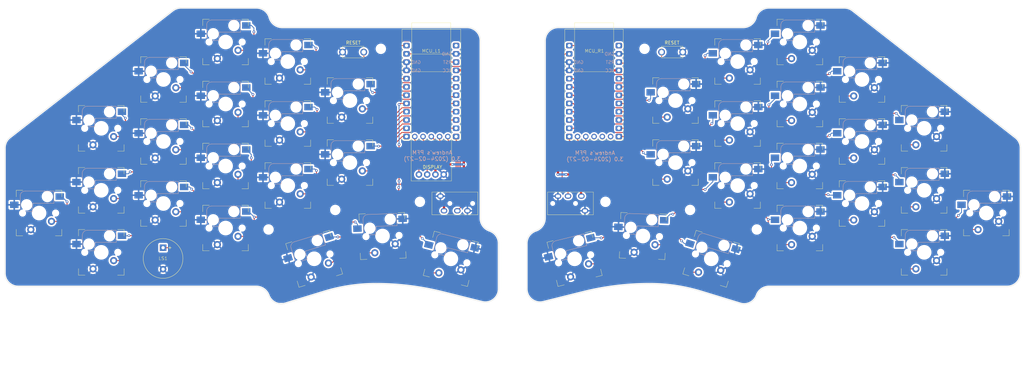
<source format=kicad_pcb>
(kicad_pcb (version 20240108) (generator "pcbnew") (generator_version "8.0")
  (title_block (title "PFM") (date "2024-02-27") (rev "3.0") (company "Andrew"))
  (layers (0 "F.Cu" jumper) (31 "B.Cu" signal) (34 "B.Paste" user) (35 "F.Paste" user) (36 "B.SilkS" user "B.Silkscreen") (37 "F.SilkS" user "F.Silkscreen") (38 "B.Mask" user) (39 "F.Mask" user) (44 "Edge.Cuts" user))
  (net 0 "")
  (net 1 "SW_LA2")
  (net 2 "LDATA")
  (net 3 "SW_LB1")
  (net 4 "SW_LB2")
  (net 5 "SW_LB3")
  (net 6 "SW_LC1")
  (net 7 "SW_LC2")
  (net 8 "SW_LC3")
  (net 9 "SW_LD1")
  (net 10 "SW_LD2")
  (net 11 "SW_LD3")
  (net 12 "SW_LRST")
  (net 14 "DISPLAY_DAT")
  (net 15 "DISPLAY_CLK")
  (net 16 "AUDIO")
  (net 17 "SW_LG3")
  (net 18 "SW_LG1")
  (net 19 "SW_RA2")
  (net 20 "RDATA")
  (net 21 "SW_RB1")
  (net 22 "SW_RB2")
  (net 23 "SW_RB3")
  (net 24 "SW_RC1")
  (net 25 "SW_RC2")
  (net 26 "SW_RC3")
  (net 27 "SW_RD1")
  (net 28 "SW_RD2")
  (net 29 "SW_RD3")
  (net 30 "SW_RRST")
  (net 32 "SW_LG2")
  (net 33 "SW_LC4")
  (net 37 "GND_L")
  (net 38 "VCC_L")
  (net 39 "GND_R")
  (net 40 "VCC_R")
  (net 41 "SW_LA1")
  (net 42 "SW_LE1")
  (net 43 "SW_LF1")
  (net 44 "SW_RG3")
  (net 45 "SW_RG1")
  (net 46 "SW_LE2")
  (net 47 "SW_RE1")
  (net 48 "SW_RG2")
  (net 49 "SW_RC4")
  (net 50 "SW_RF1")
  (net 51 "SW_RE2")
  (net 52 "SW_RA1")
  (net 53 "SW_LE3")
  (net 54 "SW_RE3")
  (footprint "keyboard-components:mx-socket-hs-and-solder" (layer "F.Cu") (at 283.142918 73.150933)
    (property "Reference" "SW_RC3" (hide yes))
    (property "Value" "SW_Push" (hide yes))
  )
  (footprint "keyboard-components:reset-switch" (layer "F.Cu") (at 145.95 38.15)
    (property "Reference" "SW_L_RST1" (hide yes))
    (property "Value" "SW_Push")
  )
  (footprint "keyboard-components:mx-socket-hs-and-solder" (layer "F.Cu") (at 68.55655 80.612232)
    (property "Reference" "SW_LE2" (hide yes))
    (property "Value" "SW_Push" (hide yes))
  )
  (footprint "keyboard-components:mx-socket-hs-and-solder" (layer "F.Cu") (at 106.756214 73.160784)
    (property "Reference" "SW_LC3" (hide yes))
    (property "Value" "SW_Push" (hide yes))
  )
  (footprint "MountingHole:MountingHole_2.7mm_M2.5" (layer "F.Cu") (at 235.45 37.15)
    (property "Reference" "REF**" (hide yes))
    (property "Value" "MountingHole_2.7mm_M2.5")
  )
  (footprint "keyboard-components:mx-socket-hs-and-solder" (layer "F.Cu") (at 302.261125 65.602443)
    (property "Reference" "SW_RD2" (hide yes))
    (property "Value" "SW_Push" (hide yes))
  )
  (footprint "keyboard-components:mx-socket-hs-and-solder" (layer "F.Cu") (at 106.764174 54.107079)
    (property "Reference" "SW_LC2" (hide yes))
    (property "Value" "SW_Push" (hide yes))
  )
  (footprint "keyboard-components:mx-socket-hs-and-solder" (layer "F.Cu") (at 283.159691 92.216228)
    (property "Reference" "SW_RC4" (hide yes))
    (property "Value" "SW_Push" (hide yes))
  )
  (footprint "keyboard-components:mx-socket-hs-and-solder" (layer "F.Cu") (at 244.956581 72.106316)
    (property "Reference" "SW_RA2" (hide yes))
    (property "Value" "SW_Push" (hide yes))
  )
  (footprint "keyboard-components:trrs-socket" (layer "F.Cu") (at 184.25 84.65 180)
    (property "Reference" "J_L1" (hide yes))
    (property "Value" "AudioJack4")
  )
  (footprint "MountingHole:MountingHole_2.7mm_M2.5" (layer "F.Cu") (at 223.45 84.15)
    (property "Reference" "REF**" (hide yes))
    (property "Value" "MountingHole_2.7mm_M2.5")
  )
  (footprint "keyboard-components:frood" (layer "F.Cu") (at 219.95 36.15)
    (property "Reference" "MCU_R1")
    (property "Value" "Pro-Micro/Frood")
  )
  (footprint "keyboard-components:mx-socket-hs-and-solder" (layer "F.Cu") (at 302.257521 84.663599)
    (property "Reference" "SW_RD3" (hide yes))
    (property "Value" "SW_Push" (hide yes))
  )
  (footprint "keyboard-components:mx-socket-hs-and-solder" (layer "F.Cu") (at 302.254629 46.56179)
    (property "Reference" "SW_RD1" (hide yes))
    (property "Value" "SW_Push" (hide yes))
  )
  (footprint "keyboard-components:mx-socket-hs-and-solder" (layer "F.Cu") (at 283.164754 54.105982)
    (property "Reference" "SW_RC2" (hide yes))
    (property "Value" "SW_Push" (hide yes))
  )
  (footprint "keyboard-components:mx-socket-hs-and-solder" (layer "F.Cu") (at 340.453286 87.604489)
    (property "Reference" "SW_RF1" (hide yes))
    (property "Value" "SW_Push" (hide yes))
  )
  (footprint "keyboard-components:mx-socket-hs-and-solder" (layer "F.Cu") (at 125.864213 79.158179)
    (property "Reference" "SW_LB3" (hide yes))
    (property "Value" "SW_Push" (hide yes))
  )
  (footprint "keyboard-components:mx-socket-hs-and-solder" (layer "F.Cu") (at 68.556459 61.564473)
    (property "Reference" "SW_LE1" (hide yes))
    (property "Value" "SW_Push" (hide yes))
  )
  (footprint "keyboard-components:mx-socket-hs-and-solder" (layer "F.Cu") (at 264.064393 60.114602)
    (property "Reference" "SW_RB2" (hide yes))
    (property "Value" "SW_Push" (hide yes))
  )
  (footprint "keyboard-components:mx-socket-hs-and-solder" (layer "F.Cu") (at 321.361643 80.616228)
    (property "Reference" "SW_RE2" (hide yes))
    (property "Value" "SW_Push" (hide yes))
  )
  (footprint "MountingHole:MountingHole_2.7mm_M2.5" (layer "F.Cu") (at 140.45 86.65)
    (property "Reference" "REF**" (hide yes))
    (property "Value" "MountingHole_2.7mm_M2.5")
  )
  (footprint "MountingHole:MountingHole_2.7mm_M2.5" (layer "F.Cu") (at 269.95 92.65)
    (property "Reference" "REF**" (hide yes))
    (property "Value" "MountingHole_2.7mm_M2.5")
  )
  (footprint "keyboard-components:mx-socket-hs-and-solder" (layer "F.Cu") (at 321.355025 61.558679)
    (property "Reference" "SW_RE1" (hide yes))
    (property "Value" "SW_Push" (hide yes))
  )
  (footprint "keyboard-components:mx-socket-hs-and-solder" (layer "F.Cu") (at 106.756581 92.211165)
    (property "Reference" "SW_LC4" (hide yes))
    (property "Value" "SW_Push" (hide yes))
  )
  (footprint "keyboard-components:mx-socket-hs-and-solder" (layer "F.Cu") (at 175.961539 101.664873 -14)
    (property "Reference" "SW_LG1" (hide yes))
    (property "Value" "SW_Push" (hide yes))
  )
  (footprint "keyboard-components:mx-socket-hs-and-solder" (layer "F.Cu") (at 264.05716 41.061943)
    (property "Reference" "SW_RB1" (hide yes))
    (property "Value" "SW_Push" (hide yes))
  )
  (footprint "keyboard-components:mx-socket-hs-and-solder" (layer "F.Cu") (at 49.456732 87.608573)
    (property "Reference" "SW_LF2" (hide yes))
    (property "Value" "SW_Push" (hide yes))
  )
  (footprint "keyboard-components:mx-socket-hs-and-solder" (layer "F.Cu") (at 264.058787 79.160169)
    (property "Reference" "SW_RB3" (hide yes))
    (property "Value" "SW_Push" (hide yes))
  )
  (footprint "keyboard-components:mx-socket-hs-and-solder" (layer "F.Cu") (at 87.663488 46.5627)
    (property "Reference" "SW_LD1" (hide yes))
    (property "Value" "SW_Push" (hide yes))
  )
  (footprint "MountingHole:MountingHole_2.7mm_M2.5" (layer "F.Cu") (at 119.95 92.65)
    (property "Reference" "REF**" (hide yes))
    (property "Value" "MountingHole_2.7mm_M2.5")
  )
  (footprint "keyboard-components:mx-socket-hs-and-solder" (layer "F.Cu") (at 144.954085 53.053114)
    (property "Reference" "SW_LA1" (hide yes))
    (property "Value" "SW_Push" (hide yes))
  )
  (footprint "keyboard-components:reset-switch" (layer "F.Cu") (at 243.95 38.15)
    (property "Reference" "SW_R_RST1" (hide yes))
    (property "Value" "SW_Push")
  )
  (footprint "keyboard-components:mx-socket-hs-and-solder" (layer "F.Cu") (at 321.362254 99.661173)
    (property "Reference" "SW_RE3" (hide yes))
    (property "Value" "SW_Push" (hide yes))
  )
  (footprint "keyboard-components:mx-socket-hs-and-solder" (layer "F.Cu") (at 144.950649 72.109539)
    (property "Reference" "SW_LA2" (hide yes))
    (property "Value" "SW_Push" (hide yes))
  )
  (footprint "keyboard-components:mx-socket-hs-and-solder" (layer "F.Cu") (at 244.957556 53.051239)
    (property "Reference" "SW_RA1" (hide yes))
    (property "Value" "SW_Push" (hide yes))
  )
  (footprint "MountingHole:MountingHole_2.7mm_M2.5" (layer "F.Cu") (at 166.45 84.15)
    (property "Reference" "REF**" (hide yes))
    (property "Value" "MountingHole_2.7mm_M2.5")
  )
  (footprint "keyboard-components:mx-socket-hs-and-solder" (layer "F.Cu") (at 87.652311 65.605524)
    (property "Reference" "SW_LD2" (hide yes))
    (property "Value" "SW_Push" (hide yes))
  )
  (footprint "keyboard-components:display-128x32" (layer "F.Cu") (at 169.95 75.75 90)
    (property "Reference" "U2" (hide yes))
    (property "Value" "ssd1306-display")
  )
  (footprint "keyboard-components:mx-socket-hs-and-solder" (layer "F.Cu") (at 106.762223 35.057455)
    (property "Reference" "SW_LC1" (hide yes))
    (property "Value" "SW_Push" (hide yes))
  )
  (footprint "keyboard-components:trrs-socket" (layer "F.Cu") (at 205.65 84.65)
    (property "Reference" "J_R1" (hide yes))
    (property "Value" "AudioJack4")
  )
  (footprint "keyboard-components:mx-socket-hs-and-solder" (layer "F.Cu") (at 87.653866 84.66603)
    (property "Reference" "SW_LD3" (hide yes))
    (property "Value" "SW_Push" (hide yes))
  )
  (footprint "keyboard-components:buzzer-12x8.2-6.6" (layer "F.Cu") (at 87.55 98.25 -90)
    (property "Reference" "LS1")
    (property "Value" "Speaker_Crystal")
  )
  (footprint "keyboard-components:mx-socket-hs-and-solder" (layer "F.Cu") (at 234.958267 94.658556 -2)
    (property "Reference" "SW_RG2" (hide yes))
    (property "Value" "SW_Push" (hide yes))
  )
  (footprint "keyboard-components:mx-socket-hs-and-solder" (layer "F.Cu") (at 125.854085 41.056911)
    (property "Reference" "SW_LB1" (hide yes))
    (property "Value" "SW_Push" (hide yes))
  )
  (footprint "keyboard-components:mx-socket-hs-and-solder" (layer "F.Cu") (at 133.962343 101.64916 17)
    (property "Reference" "SW_LG3" (hide yes))
    (property "Value" "SW_Push" (hide yes))
  )
  (footprint "keyboard-components:mx-socket-hs-and-solder" (layer "F.Cu") (at 255.957851 101.660165 -17)
    (property "Reference" "SW_RG3" (hide yes))
    (property "Value" "SW_Push" (hide yes))
  )
  (footprint "MountingHole:MountingHole_2.7mm_M2.5" (layer "F.Cu") (at 249.45 86.65)
    (property "Reference" "REF**" (hide yes))
    (property "Value" "MountingHole_2.7mm_M2.5")
  )
  (footprint "keyboard-components:mx-socket-hs-and-solder" (layer "F.Cu") (at 213.968259 101.657545 14)
    (property "Reference" "SW_RG1" (hide yes))
    (property "Value" "SW_Push" (hide yes))
  )
  (footprint "keyboard-components:mx-socket-hs-and-solder" (layer "F.Cu") (at 283.158426 35.063239)
    (property "Reference" "SW_RC1" (hide yes))
    (property "Value" "SW_Push" (hide yes))
  )
  (footprint "keyboard-components:mx-socket-hs-and-solder" (layer "F.Cu") (at 68.566924 99.664149)
    (property "Reference" "SW_LE3" (hide yes))
    (property "Value" "SW_Push" (hide yes))
  )
  (footprint "keyboard-components:mx-socket-hs-and-solder" (layer "F.Cu") (at 154.960041 94.656157 2)
    (property "Reference" "SW_LG2" (hide yes))
    (property "Value" "SW_Push" (hide yes))
  )
  (footprint "keyboard-components:mx-socket-hs-and-solder" (layer "F.Cu") (at 125.862944 60.119841)
    (property "Reference" "SW_LB2" (hide yes))
    (property "Value" "SW_Push" (hide yes))
  )
  (footprint "keyboard-components:frood" (layer "F.Cu") (at 169.95 36.15)
    (property "Reference" "MCU_L1")
    (property "Value" "Pro-Micro/Frood")
  )
  (footprint "MountingHole:MountingHole_2.7mm_M2.5" (layer "F.Cu") (at 154.45 37.15)
    (property "Reference" "REF**" (hide yes))
    (property "Value" "MountingHole_2.7mm_M2.5")
  )
  (gr_curve (pts (xy 269.89938 112.8656) (xy 269.15066 114.9109) (xy 266.93339 116.0139) (xy 264.8505 115.3771)) (stroke (width 0.1)) (layer "Edge.Cuts"))
  (gr_curve (pts (xy 185.5567 114.8924) (xy 186.7813 115.1978) (xy 188.0783 114.9221) (xy 189.0728 114.1451)) (stroke (width 0.1)) (layer "Edge.Cuts"))
  (gr_line (start 43.025 110.175) (end 116.15048 110.175) (stroke (width 0.1)) (layer "Edge.Cuts"))
  (gr_line (start 93.025 24.525) (end 116.275 24.525) (stroke (width 0.1)) (layer "Edge.Cuts"))
  (gr_curve (pts (xy 173.4038 111.8624) (xy 166.6951 110.1897) (xy 159.807 109.3439) (xy 152.893 109.3439)) (stroke (width 0.1)) (layer "Edge.Cuts"))
  (gr_line (start 350.975 67.59999) (end 350.975 106.075) (stroke (width 0.1)) (layer "Edge.Cuts"))
  (gr_line (start 38.925 67.59999) (end 38.925 106.075) (stroke (width 0.1)) (layer "Edge.Cuts"))
  (gr_line (start 173.4038 111.8624) (end 185.5567 114.8924) (stroke (width 0.1)) (layer "Edge.Cuts"))
  (gr_curve (pts (xy 204.85 89.1378) (xy 204.85 90.9009) (xy 203.7228 92.4667) (xy 202.0507 93.026)) (stroke (width 0.1)) (layer "Edge.Cuts"))
  (gr_line (start 349.3956 64.36635) (end 299.3956 25.3913) (stroke (width 0.1)) (layer "Edge.Cuts"))
  (gr_curve (pts (xy 350.975 106.075) (xy 350.975 108.3394) (xy 349.1394 110.175) (xy 346.875 110.175)) (stroke (width 0.1)) (layer "Edge.Cuts"))
  (gr_curve (pts (xy 269.67532 27.525) (xy 270.16917 25.7518) (xy 271.78428 24.525) (xy 273.625 24.525)) (stroke (width 0.1)) (layer "Edge.Cuts"))
  (gr_line (start 204.85 34.625) (end 204.85 89.1378) (stroke (width 0.1)) (layer "Edge.Cuts"))
  (gr_curve (pts (xy 199.2514 96.9142) (xy 199.2514 95.1511) (xy 200.3786 93.5854) (xy 202.0507 93.026)) (stroke (width 0.1)) (layer "Edge.Cuts"))
  (gr_curve (pts (xy 120.22468 27.525) (xy 120.71853 29.2982) (xy 122.33364 30.525) (xy 124.17436 30.525)) (stroke (width 0.1)) (layer "Edge.Cuts"))
  (gr_curve (pts (xy 185.05 34.625) (xy 185.05 32.3606) (xy 183.2144 30.525) (xy 180.95 30.525)) (stroke (width 0.1)) (layer "Edge.Cuts"))
  (gr_curve (pts (xy 152.893 109.3439) (xy 147.5161 109.3439) (xy 142.1691 110.1431) (xy 137.0272 111.7151)) (stroke (width 0.1)) (layer "Edge.Cuts"))
  (gr_line (start 124.17436 30.525) (end 180.95 30.525) (stroke (width 0.1)) (layer "Edge.Cuts"))
  (gr_curve (pts (xy 120.22468 27.525) (xy 119.73083 25.7518) (xy 118.11572 24.525) (xy 116.275 24.525)) (stroke (width 0.1)) (layer "Edge.Cuts"))
  (gr_curve (pts (xy 120.00062 112.8656) (xy 119.40907 111.2496) (xy 117.87134 110.175) (xy 116.15048 110.175)) (stroke (width 0.1)) (layer "Edge.Cuts"))
  (gr_line (start 185.05 34.625) (end 185.05 89.1378) (stroke (width 0.1)) (layer "Edge.Cuts"))
  (gr_curve (pts (xy 200.8272 114.1451) (xy 199.8327 113.368) (xy 199.2514 112.1763) (xy 199.2514 110.9142)) (stroke (width 0.1)) (layer "Edge.Cuts"))
  (gr_curve (pts (xy 269.89938 112.8656) (xy 270.49093 111.2496) (xy 272.02866 110.175) (xy 273.74952 110.175)) (stroke (width 0.1)) (layer "Edge.Cuts"))
  (gr_curve (pts (xy 93.025 24.525) (xy 92.1117 24.525) (xy 91.2246 24.8299) (xy 90.5044 25.3913)) (stroke (width 0.1)) (layer "Edge.Cuts"))
  (gr_curve (pts (xy 189.0728 114.1451) (xy 190.0673 113.368) (xy 190.6486 112.1763) (xy 190.6486 110.9142)) (stroke (width 0.1)) (layer "Edge.Cuts"))
  (gr_line (start 199.2514 110.9142) (end 199.2514 96.9142) (stroke (width 0.1)) (layer "Edge.Cuts"))
  (gr_line (start 264.8505 115.3771) (end 252.8728 111.7151) (stroke (width 0.1)) (layer "Edge.Cuts"))
  (gr_line (start 190.6486 110.9142) (end 190.6486 96.9142) (stroke (width 0.1)) (layer "Edge.Cuts"))
  (gr_curve (pts (xy 296.875 24.525) (xy 297.7883 24.525) (xy 298.6754 24.8299) (xy 299.3956 25.3913)) (stroke (width 0.1)) (layer "Edge.Cuts"))
  (gr_line (start 216.4962 111.8624) (end 204.3433 114.8924) (stroke (width 0.1)) (layer "Edge.Cuts"))
  (gr_curve (pts (xy 216.4962 111.8624) (xy 223.2049 110.1897) (xy 230.093 109.3439) (xy 237.007 109.3439)) (stroke (width 0.1)) (layer "Edge.Cuts"))
  (gr_curve (pts (xy 190.6486 96.9142) (xy 190.6486 95.1511) (xy 189.5214 93.5854) (xy 187.8493 93.026)) (stroke (width 0.1)) (layer "Edge.Cuts"))
  (gr_line (start 296.875 24.525) (end 273.625 24.525) (stroke (width 0.1)) (layer "Edge.Cuts"))
  (gr_line (start 265.72564 30.525) (end 208.95 30.525) (stroke (width 0.1)) (layer "Edge.Cuts"))
  (gr_curve (pts (xy 237.007 109.3439) (xy 242.3839 109.3439) (xy 247.7309 110.1431) (xy 252.8728 111.7151)) (stroke (width 0.1)) (layer "Edge.Cuts"))
  (gr_line (start 346.875 110.175) (end 273.74952 110.175) (stroke (width 0.1)) (layer "Edge.Cuts"))
  (gr_curve (pts (xy 38.925 106.075) (xy 38.925 108.3394) (xy 40.7606 110.175) (xy 43.025 110.175)) (stroke (width 0.1)) (layer "Edge.Cuts"))
  (gr_line (start 125.0495 115.3771) (end 137.0272 111.7151) (stroke (width 0.1)) (layer "Edge.Cuts"))
  (gr_curve (pts (xy 204.85 34.625) (xy 204.85 32.3606) (xy 206.6856 30.525) (xy 208.95 30.525)) (stroke (width 0.1)) (layer "Edge.Cuts"))
  (gr_curve (pts (xy 269.67532 27.525) (xy 269.18147 29.2982) (xy 267.56636 30.525) (xy 265.72564 30.525)) (stroke (width 0.1)) (layer "Edge.Cuts"))
  (gr_line (start 40.5044 64.36635) (end 90.5044 25.3913) (stroke (width 0.1)) (layer "Edge.Cuts"))
  (gr_curve (pts (xy 40.5044 64.36635) (xy 39.5077 65.14324) (xy 38.925 66.33632) (xy 38.925 67.59999)) (stroke (width 0.1)) (layer "Edge.Cuts"))
  (gr_curve (pts (xy 204.3433 114.8924) (xy 203.1187 115.1978) (xy 201.8217 114.9221) (xy 200.8272 114.1451)) (stroke (width 0.1)) (layer "Edge.Cuts"))
  (gr_curve (pts (xy 120.00062 112.8656) (xy 120.74934 114.9109) (xy 122.96661 116.0139) (xy 125.0495 115.3771)) (stroke (width 0.1)) (layer "Edge.Cuts"))
  (gr_curve (pts (xy 349.3956 64.36635) (xy 350.3923 65.14324) (xy 350.975 66.33632) (xy 350.975 67.59999)) (stroke (width 0.1)) (layer "Edge.Cuts"))
  (gr_curve (pts (xy 185.05 89.1378) (xy 185.05 90.9009) (xy 186.1772 92.4667) (xy 187.8493 93.026)) (stroke (width 0.1)) (layer "Edge.Cuts"))
  (gr_text "PFM" (at 296.15 108.65 0) (layer "F.Cu") (effects (font (size 3 3) (thickness 0.5) (bold yes)) (justify left bottom)))
  (gr_text "PFM" (at 111.65 108.55 0) (layer "F.Cu") (effects (font (size 3 3) (thickness 0.5) (bold yes)) (justify left bottom)))
  (gr_text "Andrew's" (at 279.35 108.65 0) (layer "F.Cu") (effects (font (size 3 3)) (justify left bottom)))
  (gr_text "Andrew's" (at 94.85 108.55 0) (layer "F.Cu") (effects (font (size 3 3)) (justify left bottom)))
  (gr_text "Andrew's ${TITLE}\n${REVISION} (${ISSUE_DATE})" (at 170.24 71.65 0) (layer "B.SilkS") (effects (font (size 1.2 1.2)) (justify bottom mirror)))
  (gr_text "Andrew's ${TITLE}\n${REVISION} (${ISSUE_DATE})" (at 220.25 71.75 0) (layer "B.SilkS") (effects (font (size 1.2 1.2)) (justify bottom mirror)))
  (gr_text "DISPLAY" (at 170.306 73.464 0) (layer "F.SilkS") (effects (font (size 1 1))))
  (segment (start 153.75 67.05) (end 154.95 67.05) (width 0.25) (layer "F.Cu") (net 1))
  (segment (start 174.85 57.75) (end 176.13 56.47) (width 0.25) (layer "F.Cu") (net 1))
  (segment (start 154.95 67.05) (end 155.95 66.05) (width 0.25) (layer "F.Cu") (net 1))
  (segment (start 176.13 56.47) (end 177.57 56.47) (width 0.25) (layer "F.Cu") (net 1))
  (segment (start 155.95 65.95) (end 155.95 73.15) (width 0.25) (layer "F.Cu") (net 1))
  (segment (start 154.450461 74.649539) (end 148.760649 74.649539) (width 0.25) (layer "F.Cu") (net 1))
  (segment (start 155.95 62.65) (end 160.85 57.75) (width 0.25) (layer "F.Cu") (net 1))
  (segment (start 155.95 73.15) (end 154.450461 74.649539) (width 0.25) (layer "F.Cu") (net 1))
  (segment (start 160.85 57.75) (end 174.85 57.75) (width 0.25) (layer "F.Cu") (net 1))
  (segment (start 155.95 65.95) (end 155.95 62.65) (width 0.25) (layer "F.Cu") (net 1))
  (segment (start 155.95 66.05) (end 155.95 65.95) (width 0.25) (layer "F.Cu") (net 1))
  (via (at 153.75 67.05) (size 0.8) (drill 0.4) (layers "F.Cu" "B.Cu") (net 1))
  (segment (start 153.729539 67.029539) (end 153.75 67.05) (width 0.25) (layer "B.Cu") (net 1))
  (segment (start 151.300649 67.029539) (end 153.729539 67.029539) (width 0.25) (layer "B.Cu") (net 1))
  (segment (start 181.15 43.55) (end 181.15 83.7) (width 0.25) (layer "F.Cu") (net 2))
  (segment (start 168.8 42.55) (end 180.15 42.55) (width 0.25) (layer "F.Cu") (net 2))
  (segment (start 164.94 38.69) (end 168.8 42.55) (width 0.25) (layer "F.Cu") (net 2))
  (segment (start 181.15 83.7) (end 177.95 86.9) (width 0.25) (layer "F.Cu") (net 2))
  (segment (start 180.15 42.55) (end 181.15 43.55) (width 0.25) (layer "F.Cu") (net 2))
  (segment (start 162.33 38.69) (end 164.94 38.69) (width 0.25) (layer "F.Cu") (net 2))
  (segment (start 129.664085 43.596911) (end 135.293901 43.596911) (width 0.25) (layer "F.Cu") (net 3))
  (segment (start 156.9 42.1) (end 159.8 39.2) (width 0.25) (layer "F.Cu") (net 3))
  (segment (start 159.8 37.1) (end 160.75 36.15) (width 0.25) (layer "F.Cu") (net 3))
  (segment (start 135.293901 43.596911) (end 136.790812 42.1) (width 0.25) (layer "F.Cu") (net 3))
  (segment (start 134.55 39.859188) (end 136.790812 42.1) (width 0.25) (layer "F.Cu") (net 3))
  (segment (start 159.8 39.2) (end 159.8 37.1) (width 0.25) (layer "F.Cu") (net 3))
  (segment (start 134.55 36.95) (end 134.55 39.859188) (width 0.25) (layer "F.Cu") (net 3))
  (segment (start 136.790812 42.1) (end 156.9 42.1) (width 0.25) (layer "F.Cu") (net 3))
  (segment (start 160.75 36.15) (end 162.33 36.15) (width 0.25) (layer "F.Cu") (net 3))
  (via (at 134.55 36.95) (size 0.8) (drill 0.4) (layers "F.Cu" "B.Cu") (net 3))
  (segment (start 133.576911 35.976911) (end 134.55 36.95) (width 0.25) (layer "B.Cu") (net 3))
  (segment (start 132.204085 35.976911) (end 133.576911 35.976911) (width 0.25) (layer "B.Cu") (net 3))
  (segment (start 154.15 56.95) (end 159.71 51.39) (width 0.25) (layer "F.Cu") (net 4))
  (segment (start 159.71 51.39) (end 162.33 51.39) (width 0.25) (layer "F.Cu") (net 4))
  (segment (start 134.85 60.95) (end 136.05 62.15) (width 0.25) (layer "F.Cu") (net 4))
  (segment (start 134.069682 62.15) (end 136.05 62.15) (width 0.25) (layer "F.Cu") (net 4))
  (segment (start 134.85 55.75) (end 134.85 60.95) (width 0.25) (layer "F.Cu") (net 4))
  (segment (start 136.05 62.15) (end 152.777208 62.15) (width 0.25) (layer "F.Cu") (net 4))
  (segment (start 129.672944 62.659841) (end 133.559841 62.659841) (width 0.25) (layer "F.Cu") (net 4))
  (segment (start 154.15 60.777208) (end 154.15 56.95) (width 0.25) (layer "F.Cu") (net 4))
  (segment (start 133.559841 62.659841) (end 134.069682 62.15) (width 0.25) (layer "F.Cu") (net 4))
  (segment (start 152.777208 62.15) (end 154.15 60.777208) (width 0.25) (layer "F.Cu") (net 4))
  (via (at 134.85 55.75) (size 0.8) (drill 0.4) (layers "F.Cu" "B.Cu") (net 4))
  (segment (start 134.139841 55.039841) (end 134.85 55.75) (width 0.25) (layer "B.Cu") (net 4))
  (segment (start 132.212944 55.039841) (end 134.139841 55.039841) (width 0.25) (layer "B.Cu") (net 4))
  (segment (start 134.65 78.85) (end 136.35 80.55) (width 0.25) (layer "F.Cu") (net 5))
  (segment (start 156.4 63.6) (end 160.99 59.01) (width 0.25) (layer "F.Cu") (net 5))
  (segment (start 134.65 74.55) (end 134.65 78.85) (width 0.25) (layer "F.Cu") (net 5))
  (segment (start 151.620812 80.55) (end 156.4 75.770812) (width 0.25) (layer "F.Cu") (net 5))
  (segment (start 156.4 75.770812) (end 156.4 63.6) (width 0.25) (layer "F.Cu") (net 5))
  (segment (start 136.35 80.55) (end 138.25 80.55) (width 0.25) (layer "F.Cu") (net 5))
  (segment (start 135.292633 81.698179) (end 136.440812 80.55) (width 0.25) (layer "F.Cu") (net 5))
  (segment (start 136.440812 80.55) (end 138.25 80.55) (width 0.25) (layer "F.Cu") (net 5))
  (segment (start 160.99 59.01) (end 162.33 59.01) (width 0.25) (layer "F.Cu") (net 5))
  (segment (start 129.674213 81.698179) (end 135.292633 81.698179) (width 0.25) (layer "F.Cu") (net 5))
  (segment (start 138.25 80.55) (end 151.620812 80.55) (width 0.25) (layer "F.Cu") (net 5))
  (via (at 134.65 74.55) (size 0.8) (drill 0.4) (layers "F.Cu" "B.Cu") (net 5))
  (segment (start 132.214213 74.078179) (end 134.178179 74.078179) (width 0.25) (layer "B.Cu") (net 5))
  (segment (start 134.178179 74.078179) (end 134.65 74.55) (width 0.25) (layer "B.Cu") (net 5))
  (segment (start 134.45 45.077208) (end 136.977208 42.55) (width 0.25) (layer "F.Cu") (net 6))
  (segment (start 115.45 44.277208) (end 116.95 45.777208) (width 0.25) (layer "F.Cu") (net 6))
  (segment (start 115.45 39.8) (end 115.45 44.277208) (width 0.25) (layer "F.Cu") (net 6))
  (segment (start 157.15 42.55) (end 160.91 46.31) (width 0.25) (layer "F.Cu") (net 6))
  (segment (start 113.247455 37.597455) (end 115.45 39.8) (width 0.25) (layer "F.Cu") (net 6))
  (segment (start 132.85 50.05) (end 134.45 48.45) (width 0.25) (layer "F.Cu") (net 6))
  (segment (start 116.95 48.777208) (end 118.222792 50.05) (width 0.25) (layer "F.Cu") (net 6))
  (segment (start 136.977208 42.55) (end 157.15 42.55) (width 0.25) (layer "F.Cu") (net 6))
  (segment (start 134.45 48.45) (end 134.45 45.077208) (width 0.25) (layer "F.Cu") (net 6))
  (segment (start 115.45 31.95) (end 115.45 39.8) (width 0.25) (layer "F.Cu") (net 6))
  (segment (start 116.95 45.777208) (end 116.95 48.777208) (width 0.25) (layer "F.Cu") (net 6))
  (segment (start 110.572223 37.597455) (end 113.247455 37.597455) (width 0.25) (layer "F.Cu") (net 6))
  (segment (start 160.91 46.31) (end 162.33 46.31) (width 0.25) (layer "F.Cu") (net 6))
  (segment (start 118.222792 50.05) (end 132.85 50.05) (width 0.25) (layer "F.Cu") (net 6))
  (via (at 115.45 31.95) (size 0.8) (drill 0.4) (layers "F.Cu" "B.Cu") (net 6))
  (segment (start 113.112223 29.977455) (end 114.677455 29.977455) (width 0.25) (layer "B.Cu") (net 6))
  (segment (start 115.45 30.75) (end 115.45 31.95) (width 0.25) (layer "B.Cu") (net 6))
  (segment (start 114.677455 29.977455) (end 115.45 30.75) (width 0.25) (layer "B.Cu") (net 6))
  (segment (start 175.35 52.65) (end 176.15 51.85) (width 0.25) (layer "F.Cu") (net 7))
  (segment (start 110.574174 61.801382) (end 110.574174 56.647079) (width 0.25) (layer "F.Cu") (net 7))
  (segment (start 117.65 66.477208) (end 117.65 68.877208) (width 0.25) (layer "F.Cu") (net 7))
  (segment (start 176.15 51.85) (end 177.11 51.85) (width 0.25) (layer "F.Cu") (net 7))
  (segment (start 177.11 51.85) (end 177.57 51.39) (width 0.25) (layer "F.Cu") (net 7))
  (segment (start 132.6 69.9) (end 134.05 68.45) (width 0.25) (layer "F.Cu") (net 7))
  (segment (start 159.75 52.65) (end 175.35 52.65) (width 0.25) (layer "F.Cu") (net 7))
  (segment (start 115.15 63.977208) (end 115.486396 64.313604) (width 0.25) (layer "F.Cu") (net 7))
  (segment (start 134.05 64.45) (end 135.9 62.6) (width 0.25) (layer "F.Cu") (net 7))
  (segment (start 154.6 60.963604) (end 154.6 57.8) (width 0.25) (layer "F.Cu") (net 7))
  (segment (start 117.65 68.877208) (end 118.672792 69.9) (width 0.25) (layer "F.Cu") (net 7))
  (segment (start 115.486396 64.313604) (end 117.65 66.477208) (width 0.25) (layer "F.Cu") (net 7))
  (segment (start 154.6 57.8) (end 159.75 52.65) (width 0.25) (layer "F.Cu") (net 7))
  (segment (start 115.15 51.15) (end 115.15 63.977208) (width 0.25) (layer "F.Cu") (net 7))
  (segment (start 118.672792 69.9) (end 132.6 69.9) (width 0.25) (layer "F.Cu") (net 7))
  (segment (start 115.486396 64.313604) (end 115.022792 63.85) (width 0.25) (layer "F.Cu") (net 7))
  (segment (start 112.622792 63.85) (end 110.574174 61.801382) (width 0.25) (layer "F.Cu") (net 7))
  (segment (start 134.05 68.45) (end 134.05 64.45) (width 0.25) (layer "F.Cu") (net 7))
  (segment (start 135.9 62.6) (end 152.963604 62.6) (width 0.25) (layer "F.Cu") (net 7))
  (segment (start 115.022792 63.85) (end 112.622792 63.85) (width 0.25) (layer "F.Cu") (net 7))
  (segment (start 152.963604 62.6) (end 154.6 60.963604) (width 0.25) (layer "F.Cu") (net 7))
  (via (at 115.15 51.15) (size 0.8) (drill 0.4) (layers "F.Cu" "B.Cu") (net 7))
  (segment (start 113.114174 49.114174) (end 115.15 51.15) (width 0.25) (layer "B.Cu") (net 7))
  (segment (start 113.114174 49.027079) (end 113.114174 49.114174) (width 0.25) (layer "B.Cu") (net 7))
  (segment (start 115.136396 82) (end 112.7 82) (width 0.25) (layer "F.Cu") (net 8))
  (segment (start 156.85 64.45) (end 161.05 60.25) (width 0.25) (layer "F.Cu") (net 8))
  (segment (start 117.55 86.25) (end 118.35 87.05) (width 0.25) (layer "F.Cu") (net 8))
  (segment (start 114.65 70.65) (end 114.65 81.513604) (width 0.25) (layer "F.Cu") (net 8))
  (segment (start 134.85 85.65) (end 134.85 82.777208) (width 0.25) (layer "F.Cu") (net 8))
  (segment (start 117.55 84.413604) (end 117.55 86.25) (width 0.25) (layer "F.Cu") (net 8))
  (segment (start 156.85 75.957208) (end 156.85 64.45) (width 0.25) (layer "F.Cu") (net 8))
  (segment (start 114.65 81.513604) (end 115.518198 82.381802) (width 0.25) (layer "F.Cu") (net 8))
  (segment (start 115.518198 82.381802) (end 115.136396 82) (width 0.25) (layer "F.Cu") (net 8))
  (segment (start 133.45 87.05) (end 134.85 85.65) (width 0.25) (layer "F.Cu") (net 8))
  (segment (start 112.7 82) (end 110.566214 79.866214) (width 0.25) (layer "F.Cu") (net 8))
  (segment (start 118.35 87.05) (end 133.45 87.05) (width 0.25) (layer "F.Cu") (net 8))
  (segment (start 151.807208 81) (end 156.85 75.957208) (width 0.25) (layer "F.Cu") (net 8))
  (segment (start 134.85 82.777208) (end 136.627208 81) (width 0.25) (layer "F.Cu") (net 8))
  (segment (start 115.518198 82.381802) (end 117.55 84.413604) (width 0.25) (layer "F.Cu") (net 8))
  (segment (start 174.95 60.25) (end 176.19 59.01) (width 0.25) (layer "F.Cu") (net 8))
  (segment (start 176.19 59.01) (end 177.57 59.01) (width 0.25) (layer "F.Cu") (net 8))
  (segment (start 110.566214 79.866214) (end 110.566214 75.700784) (width 0.25) (layer "F.Cu") (net 8))
  (segment (start 161.05 60.25) (end 174.95 60.25) (width 0.25) (layer "F.Cu") (net 8))
  (segment (start 136.627208 81) (end 151.807208 81) (width 0.25) (layer "F.Cu") (net 8))
  (via (at 114.65 70.65) (size 0.8) (drill 0.4) (layers "F.Cu" "B.Cu") (net 8))
  (segment (start 113.106214 68.080784) (end 114.65 69.62457) (width 0.25) (layer "B.Cu") (net 8))
  (segment (start 114.65 69.62457) (end 114.65 70.65) (width 0.25) (layer "B.Cu") (net 8))
  (segment (start 156.4 43) (end 160.95 47.55) (width 0.25) (layer "F.Cu") (net 9))
  (segment (start 94.9973 49.1027) (end 91.473488 49.1027) (width 0.25) (layer "F.Cu") (net 9))
  (segment (start 160.95 47.55) (end 174.85 47.55) (width 0.25) (layer "F.Cu") (net 9))
  (segment (start 176.09 46.31) (end 177.57 46.31) (width 0.25) (layer "F.Cu") (net 9))
  (segment (start 137.163604 43) (end 156.4 43) (width 0.25) (layer "F.Cu") (net 9))
  (segment (start 116.5 45.963604) (end 116.5 48.963604) (width 0.25) (layer "F.Cu") (net 9))
  (segment (start 95.8 47.663604) (end 95.8 48.3) (width 0.25) (layer "F.Cu") (net 9))
  (segment (start 174.85 47.55) (end 176.09 46.31) (width 0.25) (layer "F.Cu") (net 9))
  (segment (start 116.5 48.963604) (end 118.036396 50.5) (width 0.25) (layer "F.Cu") (net 9))
  (segment (start 98.863604 44.6) (end 95.8 47.663604) (width 0.25) (layer "F.Cu") (net 9))
  (segment (start 134.9 45.263604) (end 137.163604 43) (width 0.25) (layer "F.Cu") (net 9))
  (segment (start 133.036396 50.5) (end 134.9 48.636396) (width 0.25) (layer "F.Cu") (net 9))
  (segment (start 95.8 48.3) (end 94.9973 49.1027) (width 0.25) (layer "F.Cu") (net 9))
  (segment (start 98.863604 44.6) (end 96.5 44.6) (width 0.25) (layer "F.Cu") (net 9))
  (segment (start 98.863604 44.6) (end 115.136396 44.6) (width 0.25) (layer "F.Cu") (net 9))
  (segment (start 115.136396 44.6) (end 116.5 45.963604) (width 0.25) (layer "F.Cu") (net 9))
  (segment (start 118.036396 50.5) (end 133.036396 50.5) (width 0.25) (layer "F.Cu") (net 9))
  (segment (start 134.9 48.636396) (end 134.9 45.263604) (width 0.25) (layer "F.Cu") (net 9))
  (segment (start 96.5 44.6) (end 96.15 44.25) (width 0.25) (layer "F.Cu") (net 9))
  (via (at 96.15 44.25) (size 0.8) (drill 0.4) (layers "F.Cu" "B.Cu") (net 9))
  (segment (start 96.15 44.25) (end 94.013488 42.113488) (width 0.25) (layer "B.Cu") (net 9))
  (segment (start 94.013488 42.113488) (end 94.013488 41.4827) (width 0.25) (layer "B.Cu") (net 9))
  (segment (start 99.463604 64.3) (end 114.836396 64.3) (width 0.25) (layer "F.Cu") (net 10))
  (segment (start 91.462311 68.145524) (end 95.61808 68.145524) (width 0.25) (layer "F.Cu") (net 10))
  (segment (start 160.95 55.25) (end 174.85 55.25) (width 0.25) (layer "F.Cu") (net 10))
  (segment (start 118.486396 70.35) (end 132.786396 70.35) (width 0.25) (layer "F.Cu") (net 10))
  (segment (start 134.5 68.636396) (end 134.5 64.636396) (width 0.25) (layer "F.Cu") (net 10))
  (segment (start 153.15 63.05) (end 160.95 55.25) (width 0.25) (layer "F.Cu") (net 10))
  (segment (start 99.1 64.3) (end 99.463604 64.3) (width 0.25) (layer "F.Cu") (net 10))
  (segment (start 176.17 53.93) (end 177.57 53.93) (width 0.25) (layer "F.Cu") (net 10))
  (segment (start 136.086396 63.05) (end 153.15 63.05) (width 0.25) (layer "F.Cu") (net 10))
  (segment (start 95.61808 68.145524) (end 99.463604 64.3) (width 0.25) (layer "F.Cu") (net 10))
  (segment (start 132.786396 70.35) (end 134.5 68.636396) (width 0.25) (layer "F.Cu") (net 10))
  (segment (start 117.2 69.063604) (end 118.486396 70.35) (width 0.25) (layer "F.Cu") (net 10))
  (segment (start 96.35 61.55) (end 99.1 64.3) (width 0.25) (layer "F.Cu") (net 10))
  (segment (start 117.2 66.663604) (end 117.2 69.063604) (width 0.25) (layer "F.Cu") (net 10))
  (segment (start 114.836396 64.3) (end 117.2 66.663604) (width 0.25) (layer "F.Cu") (net 10))
  (segment (start 174.85 55.25) (end 176.17 53.93) (width 0.25) (layer "F.Cu") (net 10))
  (segment (start 134.5 64.636396) (end 136.086396 63.05) (width 0.25) (layer "F.Cu") (net 10))
  (via (at 96.35 61.55) (size 0.8) (drill 0.4) (layers "F.Cu" "B.Cu") (net 10))
  (segment (start 94.002311 60.525524) (end 95.325524 60.525524) (width 0.25) (layer "B.Cu") (net 10))
  (segment (start 95.325524 60.525524) (end 96.35 61.55) (width 0.25) (layer "B.Cu") (net 10))
  (segment (start 96.05 85.113604) (end 98.531802 82.631802) (width 0.25) (layer "F.Cu") (net 11))
  (segment (start 96.35 80.25) (end 98.531802 82.431802) (width 0.25) (layer "F.Cu") (net 11))
  (segment (start 136.813604 81.45) (end 151.993604 81.45) (width 0.25) (layer "F.Cu") (net 11))
  (segment (start 157.3 76.143604) (end 157.3 65.3) (width 0.25) (layer "F.Cu") (net 11))
  (segment (start 117.1 84.6) (end 117.1 86.436396) (width 0.25) (layer "F.Cu") (net 11))
  (segment (start 161.05 61.55) (end 162.33 61.55) (width 0.25) (layer "F.Cu") (net 11))
  (segment (start 135.3 82.963604) (end 136.813604 81.45) (width 0.25) (layer "F.Cu") (net 11))
  (segment (start 114.95 82.45) (end 117.1 84.6) (width 0.25) (layer "F.Cu") (net 11))
  (segment (start 117.1 86.436396) (end 118.163604 87.5) (width 0.25) (layer "F.Cu") (net 11))
  (segment (start 96.05 85.75) (end 96.05 85.113604) (width 0.25) (layer "F.Cu") (net 11))
  (segment (start 98.531802 82.631802) (end 98.713604 82.45) (width 0.25) (layer "F.Cu") (net 11))
  (segment (start 98.531802 82.431802) (end 98.531802 82.631802) (width 0.25) (layer "F.Cu") (net 11))
  (segment (start 135.3 85.836396) (end 135.3 82.963604) (width 0.25) (layer "F.Cu") (net 11))
  (segment (start 118.163604 87.5) (end 133.636396 87.5) (width 0.25) (layer "F.Cu") (net 11))
  (segment (start 133.636396 87.5) (end 135.3 85.836396) (width 0.25) (layer "F.Cu") (net 11))
  (segment (start 94.59397 87.20603) (end 96.05 85.75) (width 0.25) (layer "F.Cu") (net 11))
  (segment (start 151.993604 81.45) (end 157.3 76.143604) (width 0.25) (layer "F.Cu") (net 11))
  (segment (start 91.463866 87.20603) (end 94.59397 87.20603) (width 0.25) (layer "F.Cu") (net 11))
  (segment (start 157.3 65.3) (end 161.05 61.55) (width 0.25) (layer "F.Cu") (net 11))
  (segment (start 98.713604 82.45) (end 114.95 82.45) (width 0.25) (layer "F.Cu") (net 11))
  (via (at 96.35 80.25) (size 0.8) (drill 0.4) (layers "F.Cu" "B.Cu") (net 11))
  (segment (start 94.003866 79.58603) (end 95.68603 79.58603) (width 0.25) (layer "B.Cu") (net 11))
  (segment (start 95.68603 79.58603) (end 96.35 80.25) (width 0.25) (layer "B.Cu") (net 11))
  (segment (start 169.75 34.75) (end 160.75 34.75) (width 0.25) (layer "F.Cu") (net 12))
  (segment (start 149.2 39.5) (end 149.2 38.15) (width 0.25) (layer "F.Cu") (net 12))
  (segment (start 177.57 41.23) (end 176.23 41.23) (width 0.25) (layer "F.Cu") (net 12))
  (segment (start 160.75 34.75) (end 159.35 36.15) (width 0.25) (layer "F.Cu") (net 12))
  (segment (start 159.35 36.15) (end 159.35 39.013604) (width 0.25) (layer "F.Cu") (net 12))
  (segment (start 156.713604 41.65) (end 151.35 41.65) (width 0.25) (layer "F.Cu") (net 12))
  (segment (start 151.35 41.65) (end 149.2 39.5) (width 0.25) (layer "F.Cu") (net 12))
  (segment (start 176.23 41.23) (end 169.75 34.75) (width 0.25) (layer "F.Cu") (net 12))
  (segment (start 159.35 39.013604) (end 156.713604 41.65) (width 0.25) (layer "F.Cu") (net 12))
  (segment (start 164.87 65.17) (end 164.87 64.09) (width 0.25) (layer "F.Cu") (net 14))
  (segment (start 166.14 66.44) (end 164.87 65.17) (width 0.25) (layer "F.Cu") (net 14))
  (segment (start 166.14 75.75) (end 166.14 66.44) (width 0.25) (layer "F.Cu") (net 14))
  (segment (start 168.68 66.38) (end 167.41 65.11) (width 0.25) (layer "F.Cu") (net 15))
  (segment (start 167.41 65.11) (end 167.41 64.09) (width 0.25) (layer "F.Cu") (net 15))
  (segment (start 168.68 75.75) (end 168.68 66.38) (width 0.25) (layer "F.Cu") (net 15))
  (segment (start 118.75 100.45) (end 97.05 100.45) (width 0.25) (layer "F.Cu") (net 16))
  (segment (start 162.33 53.93) (end 160.37 53.93) (width 0.25) (layer "F.Cu") (net 16))
  (segment (start 143.95 87.85) (end 143.95 89.25) (width 0.25) (layer "F.Cu") (net 16))
  (segment (start 97.05 100.45) (end 94.85 98.25) (width 0.25) (layer "F.Cu") (net 16))
  (segment (start 160.37 53.93) (end 160.05 54.25) (width 0.25) (layer "F.Cu") (net 16))
  (segment (start 159.95 80.55) (end 156.15 84.35) (width 0.25) (layer "F.Cu") (net 16))
  (segment (start 147.45 84.35) (end 143.95 87.85) (width 0.25) (layer "F.Cu") (net 16))
  (segment (start 156.15 84.35) (end 147.45 84.35) (width 0.25) (layer "F.Cu") (net 16))
  (segment (start 159.95 79.75) (end 159.95 80.55) (width 0.25) (layer "F.Cu") (net 16))
  (segment (start 141.95 91.25) (end 127.95 91.25) (width 0.25) (layer "F.Cu") (net 16))
  (segment (start 127.95 91.25) (end 118.75 100.45) (width 0.25) (layer "F.Cu") (net 16))
  (segment (start 94.85 98.25) (end 87.55 98.25) (width 0.25) (layer "F.Cu") (net 16))
  (segment (start 160.05 66.55) (end 160.05 77.95) (width 0.25) (layer "F.Cu") (net 16))
  (segment (start 143.95 89.25) (end 141.95 91.25) (width 0.25) (layer "F.Cu") (net 16))
  (via (at 159.95 79.75) (size 0.8) (drill 0.4) (layers "F.Cu" "B.Cu") (net 16))
  (via (at 160.05 77.75) (size 0.8) (drill 0.4) (layers "F.Cu" "B.Cu") (net 16))
  (via (at 160.05 66.55) (size 0.8) (drill 0.4) (layers "F.Cu" "B.Cu") (net 16))
  (via (at 160.05 54.25) (size 0.8) (drill 0.4) (layers "F.Cu" "B.Cu") (net 16))
  (segment (start 160.05 54.25) (end 160.05 66.55) (width 0.25) (layer "B.Cu") (net 16))
  (segment (start 160.05 79.65) (end 159.95 79.75) (width 0.25) (layer "B.Cu") (net 16))
  (segment (start 160.05 77.95) (end 160.05 79.65) (width 0.25) (layer "B.Cu") (net 16))
  (segment (start 178 68.736396) (end 176.113604 66.85) (width 0.25) (layer "F.Cu") (net 17))
  (segment (start 144.7 93.2) (end 144.7 88.363604) (width 0.25) (layer "F.Cu") (net 17))
  (segment (start 178 78.136396) (end 178 68.736396) (width 0.25) (layer "F.Cu") (net 17))
  (segment (start 144.7 97.6) (end 144.7 93.2) (width 0.25) (layer "F.Cu") (net 17))
  (segment (start 176.936396 79.2) (end 178 78.136396) (width 0.25) (layer "F.Cu") (net 17))
  (segment (start 139.335762 102.964238) (end 144.7 97.6) (width 0.25) (layer "F.Cu") (net 17))
  (segment (start 174.15 66.85) (end 172.49 65.19) (width 0.25) (layer "F.Cu") (net 17))
  (segment (start 147.163604 85.9) (end 157.4 85.9) (width 0.25) (layer "F.Cu") (net 17))
  (segment (start 164.1 79.2) (end 176.936396 79.2) (width 0.25) (layer "F.Cu") (net 17))
  (segment (start 138.348488 102.964238) (end 139.335762 102.964238) (width 0.25) (layer "F.Cu") (net 17))
  (segment (start 142.95 94.95) (end 143.95 93.95) (width 0.25) (layer "F.Cu") (net 17))
  (segment (start 143.95 93.95) (end 144.7 93.2) (width 0.25) (layer "F.Cu") (net 17))
  (segment (start 144.7 88.363604) (end 147.163604 85.9) (width 0.25) (layer "F.Cu") (net 17))
  (segment (start 176.113604 66.85) (end 174.15 66.85) (width 0.25) (layer "F.Cu") (net 17))
  (segment (start 141.25 94.95) (end 142.95 94.95) (width 0.25) (layer "F.Cu") (net 17))
  (segment (start 172.49 65.19) (end 172.49 64.09) (width 0.25) (layer "F.Cu") (net 17))
  (segment (start 157.4 85.9) (end 164.1 79.2) (width 0.25) (layer "F.Cu") (net 17))
  (via (at 141.25 94.95) (size 0.8) (drill 0.4) (layers "F.Cu" "B.Cu") (net 17))
  (segment (start 141.234572 94.934572) (end 141.25 94.95) (width 0.25) (layer "B.Cu") (net 17))
  (segment (start 138.54963 94.934572) (end 141.234572 94.934572) (width 0.25) (layer "B.Cu") (net 17))
  (segment (start 167.15 95.35) (end 165.55 93.75) (width 0.25) (layer "F.Cu") (net 18))
  (segment (start 168.779494 105.979494) (end 172.268025 105.979494) (width 0.25) (layer "F.Cu") (net 18))
  (segment (start 177.57 65.27) (end 177.57 64.09) (width 0.25) (layer "F.Cu") (net 18))
  (segment (start 165.55 93.75) (end 165.55 89.35) (width 0.25) (layer "F.Cu") (net 18))
  (segment (start 164.6 80.1) (end 168.45 80.1) (width 0.25) (layer "F.Cu") (net 18))
  (segment (start 161.75 82.95) (end 164.6 80.1) (width 0.25) (layer "F.Cu") (net 18))
  (segment (start 168.4 80.1) (end 177.309188 80.1) (width 0.25) (layer "F.Cu") (net 18))
  (segment (start 177.309188 80.1) (end 178.9 78.509188) (width 0.25) (layer "F.Cu") (net 18))
  (segment (start 165.55 93.75) (end 165.55 102.75) (width 0.25) (layer "F.Cu") (net 18))
  (segment (start 178.9 78.509188) (end 178.9 66.6) (width 0.25) (layer "F.Cu") (net 18))
  (segment (start 165.55 102.75) (end 168.779494 105.979494) (width 0.25) (layer "F.Cu") (net 18))
  (segment (start 161.75 85.55) (end 161.75 82.95) (width 0.25) (layer "F.Cu") (net 18))
  (segment (start 178.9 66.6) (end 177.57 65.27) (width 0.25) (layer "F.Cu") (net 18))
  (segment (start 165.55 89.35) (end 161.75 85.55) (width 0.25) (layer "F.Cu") (net 18))
  (via (at 167.15 95.35) (size 0.8) (drill 0.4) (layers "F.Cu" "B.Cu") (net 18))
  (segment (start 167.17549 95.35) (end 167.15 95.35) (width 0.25) (layer "B.Cu") (net 18))
  (segment (start 169.182367 97.356877) (end 167.17549 95.35) (width 0.25) (layer "B.Cu") (net 18))
  (segment (start 235.05 68.9) (end 234 67.85) (width 0.25) (layer "F.Cu") (net 19))
  (segment (start 229.07 56.47) (end 227.57 56.47) (width 0.25) (layer "F.Cu") (net 19))
  (segment (start 234 67.85) (end 234 61.4) (width 0.25) (layer "F.Cu") (net 19))
  (segment (start 234 61.4) (end 229.07 56.47) (width 0.25) (layer "F.Cu") (net 19))
  (segment (start 234 67.85) (end 234 75.543604) (width 0.25) (layer "F.Cu") (net 19))
  (segment (start 234 75.543604) (end 235.642712 77.186316) (width 0.25) (layer "F.Cu") (net 19))
  (segment (start 235.642712 77.186316) (end 242.416581 77.186316) (width 0.25) (layer "F.Cu") (net 19))
  (segment (start 235.05 69.05) (end 235.05 68.9) (width 0.25) (layer "F.Cu") (net 19))
  (via (at 235.05 69.05) (size 0.8) (drill 0.4) (layers "F.Cu" "B.Cu") (net 19))
  (segment (start 237.336581 69.566316) (end 235.566316 69.566316) (width 0.25) (layer "B.Cu") (net 19))
  (segment (start 235.566316 69.566316) (end 235.05 69.05) (width 0.25) (layer "B.Cu") (net 19))
  (segment (start 210.15 78.45) (end 211.95 80.25) (width 0.25) (layer "F.Cu") (net 20))
  (segment (start 210.15 39.65) (end 210.15 78.45) (width 0.25) (layer "F.Cu") (net 20))
  (segment (start 212.33 38.69) (end 211.11 38.69) (width 0.25) (layer "F.Cu") (net 20))
  (segment (start 211.95 80.25) (end 211.95 82.4) (width 0.25) (layer "F.Cu") (net 20))
  (segment (start 211.11 38.69) (end 210.15 39.65) (width 0.25) (layer "F.Cu") (net 20))
  (segment (start 254.05 39.25) (end 254.05 40.57) (width 0.25) (layer "F.Cu") (net 21))
  (segment (start 255.4 45.4) (end 256.141943 46.141943) (width 0.25) (layer "F.Cu") (net 21))
  (segment (start 232 42) (end 252.62 42) (width 0.25) (layer "F.Cu") (net 21))
  (segment (start 224.65 45.05) (end 228.95 45.05) (width 0.25) (layer "F.Cu") (net 21))
  (segment (start 215.75 36.15) (end 224.65 45.05) (width 0.25) (layer "F.Cu") (net 21))
  (segment (start 256.141943 46.141943) (end 261.51716 46.141943) (width 0.25) (layer "F.Cu") (net 21))
  (segment (start 252.62 42) (end 255.4 44.78) (width 0.25) (layer "F.Cu") (net 21))
  (segment (start 212.33 36.15) (end 215.75 36.15) (width 0.25) (layer "F.Cu") (net 21))
  (segment (start 228.95 45.05) (end 232 42) (width 0.25) (layer "F.Cu") (net 21))
  (segment (start 255.4 44.78) (end 255.4 45.4) (width 0.25) (layer "F.Cu") (net 21))
  (segment (start 254.05 40.57) (end 252.62 42) (width 0.25) (layer "F.Cu") (net 21))
  (via (at 254.05 39.25) (size 0.8) (drill 0.4) (layers "F.Cu" "B.Cu") (net 21))
  (segment (start 256.43716 38.521943) (end 254.778057 38.521943) (width 0.25) (layer "B.Cu") (net 21))
  (segment (start 254.778057 38.521943) (end 254.05 39.25) (width 0.25) (layer "B.Cu") (net 21))
  (segment (start 254.1 62.1) (end 252.35 62.1) (width 0.25) (layer "F.Cu") (net 22))
  (segment (start 237.809188 62.1) (end 235.8 60.090812) (width 0.25) (layer "F.Cu") (net 22))
  (segment (start 252.35 62.1) (end 237.809188 62.1) (width 0.25) (layer "F.Cu") (net 22))
  (segment (start 235.8 58.2) (end 228.99 51.39) (width 0.25) (layer "F.Cu") (net 22))
  (segment (start 228.99 51.39) (end 227.57 51.39) (width 0.25) (layer "F.Cu") (net 22))
  (segment (start 256.15 60.05) (end 254.1 62.1) (width 0.25) (layer "F.Cu") (net 22))
  (segment (start 252.35 62.1) (end 252.709188 62.1) (width 0.25) (layer "F.Cu") (net 22))
  (segment (start 254.52 63.910812) (end 254.52 63.92) (width 0.25) (layer "F.Cu") (net 22))
  (segment (start 255.794602 65.194602) (end 261.524393 65.194602) (width 0.25) (layer "F.Cu") (net 22))
  (segment (start 235.8 60.090812) (end 235.8 58.2) (width 0.25) (layer "F.Cu") (net 22))
  (segment (start 252.709188 62.1) (end 254.52 63.910812) (width 0.25) (layer "F.Cu") (net 22))
  (segment (start 254.52 63.92) (end 255.794602 65.194602) (width 0.25) (layer "F.Cu") (net 22))
  (via (at 256.15 60.05) (size 0.8) (drill 0.4) (layers "F.Cu" "B.Cu") (net 22))
  (segment (start 256.444393 59.755607) (end 256.15 60.05) (width 0.25) (layer "B.Cu") (net 22))
  (segment (start 256.444393 57.574602) (end 256.444393 59.755607) (width 0.25) (layer "B.Cu") (net 22))
  (segment (start 233.55 62.25) (end 229.05 57.75) (width 0.25) (layer "F.Cu") (net 23))
  (segment (start 254.05 80.35) (end 252.77 80.35) (width 0.25) (layer "F.Cu") (net 23))
  (segment (start 233.55 75.73) (end 233.55 62.25) (width 0.25) (layer "F.Cu") (net 23))
  (segment (start 252.37 80.75) (end 238.57 80.75) (width 0.25) (layer "F.Cu") (net 23))
  (segment (start 229.05 57.75) (end 214.95 57.75) (width 0.25) (layer "F.Cu") (net 23))
  (segment (start 214.95 57.75) (end 213.67 56.47) (width 0.25) (layer "F.Cu") (net 23))
  (segment (start 213.67 56.47) (end 212.33 56.47) (width 0.25) (layer "F.Cu") (net 23))
  (segment (start 238.57 80.75) (end 233.55 75.73) (width 0.25) (layer "F.Cu") (net 23))
  (segment (start 255.860169 84.240169) (end 261.518787 84.240169) (width 0.25) (layer "F.Cu") (net 23))
  (segment (start 252.37 80.75) (end 255.860169 84.240169) (width 0.25) (layer "F.Cu") (net 23))
  (segment (start 252.77 80.35) (end 252.37 80.75) (width 0.25) (layer "F.Cu") (net 23))
  (via (at 254.05 80.35) (size 0.8) (drill 0.4) (layers "F.Cu" "B.Cu") (net 23))
  (segment (start 256.438787 77.961213) (end 254.05 80.35) (width 0.25) (layer "B.Cu") (net 23))
  (segment (start 256.438787 76.620169) (end 256.438787 77.961213) (width 0.25) (layer "B.Cu") (net 23))
  (segment (start 273.55 40.95) (end 273.25 41.25) (width 0.25) (layer "F.Cu") (net 24))
  (segment (start 273.25 41.25) (end 273.25 35.15) (width 0.25) (layer "F.Cu") (net 24))
  (segment (start 274.356761 40.143239) (end 273.55 40.95) (width 0.25) (layer "F.Cu") (net 24))
  (segment (start 252.433604 42.45) (end 232.85 42.45) (width 0.25) (layer "F.Cu") (net 24))
  (segment (start 280.618426 40.143239) (end 274.356761 40.143239) (width 0.25) (layer "F.Cu") (net 24))
  (segment (start 254.95 44.966396) (end 252.433604 42.45) (width 0.25) (layer "F.Cu") (net 24))
  (segment (start 273.25 41.25) (end 273.25 47.67) (width 0.25) (layer "F.Cu") (net 24))
  (segment (start 256.25 49.85) (end 254.95 48.55) (width 0.25) (layer "F.Cu") (net 24))
  (segment (start 232.85 42.45) (end 228.99 46.31) (width 0.25) (layer "F.Cu") (net 24))
  (segment (start 273.25 47.67) (end 271.07 49.85) (width 0.25) (layer "F.Cu") (net 24))
  (segment (start 228.99 46.31) (end 227.57 46.31) (width 0.25) (layer "F.Cu") (net 24))
  (segment (start 254.95 48.55) (end 254.95 44.966396) (width 0.25) (layer "F.Cu") (net 24))
  (segment (start 273.25 35.15) (end 273.35 35.05) (width 0.25) (layer "F.Cu") (net 24))
  (segment (start 271.07 49.85) (end 256.25 49.85) (width 0.25) (layer "F.Cu") (net 24))
  (via (at 273.35 35.05) (size 0.8) (drill 0.4) (layers "F.Cu" "B.Cu") (net 24))
  (segment (start 275.538426 32.523239) (end 273.35 34.711665) (width 0.25) (layer "B.Cu") (net 24))
  (segment (start 273.35 34.711665) (end 273.35 35.05) (width 0.25) (layer "B.Cu") (net 24))
  (segment (start 270.677208 69.55) (end 257.25 69.55) (width 0.25) (layer "F.Cu") (net 25))
  (segment (start 255.25 67.55) (end 255.25 65.286396) (width 0.25) (layer "F.Cu") (net 25))
  (segment (start 237.622792 62.55) (end 235.35 60.277208) (width 0.25) (layer "F.Cu") (net 25))
  (segment (start 252.522792 62.55) (end 237.622792 62.55) (width 0.25) (layer "F.Cu") (net 25))
  (segment (start 254.07 64.106396) (end 254.07 64.097208) (width 0.25) (layer "F.Cu") (net 25))
  (segment (start 255.25 65.286396) (end 254.07 64.106396) (width 0.25) (layer "F.Cu") (net 25))
  (segment (start 214.85 52.65) (end 213.59 51.39) (width 0.25) (layer "F.Cu") (net 25))
  (segment (start 273.65 59.25) (end 273.8 59.4) (width 0.25) (layer "F.Cu") (net 25))
  (segment (start 235.35 59.05) (end 228.95 52.65) (width 0.25) (layer "F.Cu") (net 25))
  (segment (start 273.65 54.35) (end 273.65 59.25) (width 0.25) (layer "F.Cu") (net 25))
  (segment (start 235.35 60.277208) (end 235.35 59.05) (width 0.25) (layer "F.Cu") (net 25))
  (segment (start 254.07 64.097208) (end 252.522792 62.55) (width 0.25) (layer "F.Cu") (net 25))
  (segment (start 280.624754 59.185982) (end 274.014018 59.185982) (width 0.25) (layer "F.Cu") (net 25))
  (segment (start 228.95 52.65) (end 214.85 52.65) (width 0.25) (layer "F.Cu") (net 25))
  (segment (start 274.014018 59.185982) (end 273.8 59.4) (width 0.25) (layer "F.Cu") (net 25))
  (segment (start 257.25 69.55) (end 255.25 67.55) (width 0.25) (layer "F.Cu") (net 25))
  (segment (start 272.27 67.957208) (end 270.677208 69.55) (width 0.25) (layer "F.Cu") (net 25))
  (segment (start 273.8 59.4) (end 272.27 60.93) (width 0.25) (layer "F.Cu") (net 25))
  (segment (start 213.59 51.39) (end 212.33 51.39) (width 0.25) (layer "F.Cu") (net 25))
  (segment (start 272.27 60.93) (end 272.27 67.957208) (width 0.25) (layer "F.Cu") (net 25))
  (via (at 273.65 54.35) (size 0.8) (drill 0.4) (layers "F.Cu" "B.Cu") (net 25))
  (segment (start 275.544754 52.455246) (end 273.65 54.35) (width 0.25) (layer "B.Cu") (net 25))
  (segment (start 275.544754 51.565982) (end 275.544754 52.455246) (width 0.25) (layer "B.Cu") (net 25))
  (segment (start 274.4 78.4) (end 274.55 78.25) (width 0.25) (layer "F.Cu") (net 26))
  (segment (start 272.9 84.9) (end 270.85 86.95) (width 0.25) (layer "F.Cu") (net 26))
  (segment (start 229.11 59.01) (end 227.57 59.01) (width 0.25) (layer "F.Cu") (net 26))
  (segment (start 233.1 75.916396) (end 233.1 63) (width 0.25) (layer "F.Cu") (net 26))
  (segment (start 233.1 63) (end 229.11 59.01) (width 0.25) (layer "F.Cu") (net 26))
  (segment (start 274.55 78.25) (end 280.583851 78.25) (width 0.25) (layer "F.Cu") (net 26))
  (segment (start 280.583851 78.25) (end 280.602918 78.230933) (width 0.25) (layer "F.Cu") (net 26))
  (segment (start 257.15 86.95) (end 255.15 84.95) (width 0.25) (layer "F.Cu") (net 26))
  (segment (start 270.85 86.95) (end 257.15 86.95) (width 0.25) (layer "F.Cu") (net 26))
  (segment (start 274.45 72.75) (end 274.45 78.35) (width 0.25) (layer "F.Cu") (net 26))
  (segment (start 238.383604 81.2) (end 233.1 75.916396) (width 0.25) (layer "F.Cu") (net 26))
  (segment (start 274.45 78.35) (end 274.4 78.4) (width 0.25) (layer "F.Cu") (net 26))
  (segment (start 274.4 78.4) (end 272.9 79.9) (width 0.25) (layer "F.Cu") (net 26))
  (segment (start 255.15 84.166396) (end 252.183604 81.2) (width 0.25) (layer "F.Cu") (net 26))
  (segment (start 272.9 79.9) (end 272.9 84.9) (width 0.25) (layer "F.Cu") (net 26))
  (segment (start 255.15 84.95) (end 255.15 84.166396) (width 0.25) (layer "F.Cu") (net 26))
  (segment (start 252.183604 81.2) (end 238.383604 81.2) (width 0.25) (layer "F.Cu") (net 26))
  (via (at 274.45 72.75) (size 0.8) (drill 0.4) (layers "F.Cu" "B.Cu") (net 26))
  (segment (start 274.45 71.683851) (end 274.45 72.75) (width 0.25) (layer "B.Cu") (net 26))
  (segment (start 275.522918 70.610933) (end 274.45 71.683851) (width 0.25) (layer "B.Cu") (net 26))
  (segment (start 228.75 47.65) (end 214.95 47.65) (width 0.25) (layer "F.Cu") (net 27))
  (segment (start 299.714629 51.64179) (end 295.74179 51.64179) (width 0.25) (layer "F.Cu") (net 27))
  (segment (start 293.15 47.93) (end 290.27 45.05) (width 0.25) (layer "F.Cu") (net 27))
  (segment (start 256.063604 50.3) (end 254.5 48.736396) (width 0.25) (layer "F.Cu") (net 27))
  (segment (start 273.7 46.483604) (end 273.7 47.856396) (width 0.25) (layer "F.Cu") (net 27))
  (segment (start 295.74179 51.64179) (end 293.15 49.05) (width 0.25) (layer "F.Cu") (net 27))
  (segment (start 293.15 49.05) (end 293.15 47.93) (width 0.25) (layer "F.Cu") (net 27))
  (segment (start 290.27 45.05) (end 275.133604 45.05) (width 0.25) (layer "F.Cu") (net 27))
  (segment (start 214.95 47.65) (end 213.61 46.31) (width 0.25) (layer "F.Cu") (net 27))
  (segment (start 273.7 47.856396) (end 271.256396 50.3) (width 0.25) (layer "F.Cu") (net 27))
  (segment (start 292.25 44.75) (end 291.95 45.05) (width 0.25) (layer "F.Cu") (net 27))
  (segment (start 252.247208 42.9) (end 233.5 42.9) (width 0.25) (layer "F.Cu") (net 27))
  (segment (start 271.256396 50.3) (end 256.063604 50.3) (width 0.25) (layer "F.Cu") (net 27))
  (segment (start 213.61 46.31) (end 212.33 46.31) (width 0.25) (layer "F.Cu") (net 27))
  (segment (start 254.5 45.152792) (end 252.247208 42.9) (width 0.25) (layer "F.Cu") (net 27))
  (segment (start 275.133604 45.05) (end 273.7 46.483604) (width 0.25) (layer "F.Cu") (net 27))
  (segment (start 254.5 48.736396) (end 254.5 45.152792) (width 0.25) (layer "F.Cu") (net 27))
  (segment (start 233.5 42.9) (end 228.75 47.65) (width 0.25) (layer "F.Cu") (net 27))
  (segment (start 291.95 45.05) (end 290.27 45.05) (width 0.25) (layer "F.Cu") (net 27))
  (via (at 292.25 44.75) (size 0.8) (drill 0.4) (layers "F.Cu" "B.Cu") (net 27))
  (segment (start 292.97821 44.02179) (end 292.25 44.75) (width 0.25) (layer "B.Cu") (net 27))
  (segment (start 294.634629 44.02179) (end 292.97821 44.02179) (width 0.25) (layer "B.Cu") (net 27))
  (segment (start 270.863604 70) (end 257.063604 70) (width 0.25) (layer "F.Cu") (net 28))
  (segment (start 253.62 64.292792) (end 253.62 64.283604) (width 0.25) (layer "F.Cu") (net 28))
  (segment (start 291.1 64.6) (end 293.15 66.65) (width 0.25) (layer "F.Cu") (net 28))
  (segment (start 234.9 60.463604) (end 234.9 59.9) (width 0.25) (layer "F.Cu") (net 28))
  (segment (start 253.62 64.283604) (end 252.336396 63) (width 0.25) (layer "F.Cu") (net 28))
  (segment (start 293.15 68.75) (end 295.082443 70.682443) (width 0.25) (layer "F.Cu") (net 28))
  (segment (start 293.15 66.65) (end 293.15 68.75) (width 0.25) (layer "F.Cu") (net 28))
  (segment (start 228.93 53.93) (end 227.57 53.93) (width 0.25) (layer "F.Cu") (net 28))
  (segment (start 292.25 63.75) (end 291.95 63.75) (width 0.25) (layer "F.Cu") (net 28))
  (segment (start 272.72 65.58) (end 272.72 68.143604) (width 0.25) (layer "F.Cu") (net 28))
  (segment (start 295.082443 70.682443) (end 299.721125 70.682443) (width 0.25) (layer "F.Cu") (net 28))
  (segment (start 274.55 63.75) (end 272.72 65.58) (width 0.25) (layer "F.Cu") (net 28))
  (segment (start 291.1 64.6) (end 290.25 63.75) (width 0.25) (layer "F.Cu") (net 28))
  (segment (start 290.25 63.75) (end 274.55 63.75) (width 0.25) (layer "F.Cu") (net 28))
  (segment (start 272.72 68.143604) (end 270.863604 70) (width 0.25) (layer "F.Cu") (net 28))
  (segment (start 291.95 63.75) (end 291.1 64.6) (width 0.25) (layer "F.Cu") (net 28))
  (segment (start 254.8 65.472792) (end 253.62 64.292792) (width 0.25) (layer "F.Cu") (net 28))
  (segment (start 257.063604 70) (end 254.8 67.736396) (width 0.25) (layer "F.Cu") (net 28))
  (segment (start 234.9 59.9) (end 228.93 53.93) (width 0.25) (layer "F.Cu") (net 28))
  (segment (start 237.436396 63) (end 234.9 60.463604) (width 0.25) (layer "F.Cu") (net 28))
  (segment (start 254.8 67.736396) (end 254.8 65.472792) (width 0.25) (layer "F.Cu") (net 28))
  (segment (start 252.336396 63) (end 237.436396 63) (width 0.25) (layer "F.Cu") (net 28))
  (via (at 292.25 63.75) (size 0.8) (drill 0.4) (layers "F.Cu" "B.Cu") (net 28))
  (segment (start 294.641125 63.062443) (end 292.937557 63.062443) (width 0.25) (layer "B.Cu") (net 28))
  (segment (start 293.85 62.66) (end 293.85 63.57) (width 0.25) (layer "B.Cu") (net 28))
  (segment (start 292.937557 63.062443) (end 292.25 63.75) (width 0.25) (layer "B.Cu") (net 28))
  (segment (start 290.45 82.15) (end 290.522792 82.15) (width 0.25) (layer "F.Cu") (net 29))
  (segment (start 256.963604 87.4) (end 254.7 85.136396) (width 0.25) (layer "F.Cu") (net 29))
  (segment (start 254.7 84.352792) (end 251.997208 81.65) (width 0.25) (layer "F.Cu") (net 29))
  (segment (start 232.65 63.95) (end 228.95 60.25) (width 0.25) (layer "F.Cu") (net 29))
  (segment (start 232.65 76.102792) (end 232.65 63.95) (width 0.25) (layer "F.Cu") (net 29))
  (segment (start 215.05 60.25) (end 213.81 59.01) (width 0.25) (layer "F.Cu") (net 29))
  (segment (start 275.277208 82.15) (end 273.35 84.077208) (width 0.25) (layer "F.Cu") (net 29))
  (segment (start 251.997208 81.65) (end 238.197208 81.65) (width 0.25) (layer "F.Cu") (net 29))
  (segment (start 273.35 84.077208) (end 273.35 85.086396) (width 0.25) (layer "F.Cu") (net 29))
  (segment (start 295.643599 89.743599) (end 299.717521 89.743599) (width 0.25) (layer "F.Cu") (net 29))
  (segment (start 293.75 85.377208) (end 293.75 87.85) (width 0.25) (layer "F.Cu") (net 29))
  (segment (start 254.7 85.136396) (end 254.7 84.352792) (width 0.25) (layer "F.Cu") (net 29))
  (segment (start 293.75 87.85) (end 295.643599 89.743599) (width 0.25) (layer "F.Cu") (net 29))
  (segment (start 228.95 60.25) (end 215.05 60.25) (width 0.25) (layer "F.Cu") (net 29))
  (segment (start 290.65 81.95) (end 290.45 82.15) (width 0.25) (layer "F.Cu") (net 29))
  (segment (start 291.85 81.95) (end 290.65 81.95) (width 0.25) (layer "F.Cu") (net 29))
  (segment (start 273.35 85.086396) (end 271.036396 87.4) (width 0.25) (layer "F.Cu") (net 29))
  (segment (start 238.197208 81.65) (end 232.65 76.102792) (width 0.25) (layer "F.Cu") (net 29))
  (segment (start 213.81 59.01) (end 212.33 59.01) (width 0.25) (layer "F.Cu") (net 29))
  (segment (start 290.45 82.15) (end 275.277208 82.15) (width 0.25) (layer "F.Cu") (net 29))
  (segment (start 271.036396 87.4) (end 256.963604 87.4) (width 0.25) (layer "F.Cu") (net 29))
  (segment (start 290.522792 82.15) (end 293.75 85.377208) (width 0.25) (layer "F.Cu") (net 29))
  (via (at 291.85 81.95) (size 0.8) (drill 0.4) (layers "F.Cu" "B.Cu") (net 29))
  (segment (start 294.637521 82.123599) (end 292.023599 82.123599) (width 0.25) (layer "B.Cu") (net 29))
  (segment (start 292.023599 82.123599) (end 291.85 81.95) (width 0.25) (layer "B.Cu") (net 29))
  (segment (start 227.89 41.55) (end 239.35 41.55) (width 0.25) (layer "F.Cu") (net 30))
  (segment (start 239.35 41.55) (end 240.7 40.2) (width 0.25) (layer "F.Cu") (net 30))
  (segment (start 227.57 41.23) (end 227.89 41.55) (width 0.25) (layer "F.Cu") (net 30))
  (segment (start 240.7 40.2) (end 240.7 38.15) (width 0.25) (layer "F.Cu") (net 30))
  (segment (start 177.122792 79.65) (end 178.45 78.322792) (width 0.25) (layer "F.Cu") (net 32))
  (segment (start 145.15 89.25) (end 148.05 86.35) (width 0.25) (layer "F.Cu") (net 32))
  (segment (start 157.586396 86.35) (end 164.286396 79.65) (width 0.25) (layer "F.Cu") (net 32))
  (segment (start 164.286396 79.65) (end 177.122792 79.65) (width 0.25) (layer "F.Cu") (net 32))
  (segment (start 145.15 90.05) (end 145.15 98.921707) (width 0.25) (layer "F.Cu") (net 32))
  (segment (start 148.05 86.35) (end 157.586396 86.35) (width 0.25) (layer "F.Cu") (net 32))
  (segment (start 145.45 90.35) (end 145.15 90.05) (width 0.25) (layer "F.Cu") (net 32))
  (segment (start 178.45 68.55) (end 175.03 65.13) (width 0.25) (layer "F.Cu") (net 32))
  (segment (start 145.15 90.05) (end 145.15 89.25) (width 0.25) (layer "F.Cu") (net 32))
  (segment (start 175.03 65.13) (end 175.03 64.09) (width 0.25) (layer "F.Cu") (net 32))
  (segment (start 145.15 98.921707) (end 146.05 99.821707) (width 0.25) (layer "F.Cu") (net 32))
  (segment (start 178.45 78.322792) (end 178.45 68.55) (width 0.25) (layer "F.Cu") (net 32))
  (segment (start 146.55 90.35) (end 145.45 90.35) (width 0.25) (layer "F.Cu") (net 32))
  (segment (start 152.598878 99.821707) (end 146.05 99.821707) (width 0.25) (layer "F.Cu") (net 32))
  (via (at 146.55 90.35) (size 0.8) (drill 0.4) (layers "F.Cu" "B.Cu") (net 32))
  (segment (start 147.256038 92.383638) (end 147.256038 91.056038) (width 0.25) (layer "B.Cu") (net 32))
  (segment (start 147.256038 91.056038) (end 146.55 90.35) (width 0.25) (layer "B.Cu") (net 32))
  (segment (start 176.75 78.75) (end 177.55 77.95) (width 0.25) (layer "F.Cu") (net 33))
  (segment (start 134.195584 88.85) (end 136.65 86.395584) (width 0.25) (layer "F.Cu") (net 33))
  (segment (start 136.65 86.395584) (end 136.65 83.522792) (width 0.25) (layer "F.Cu") (net 33))
  (segment (start 137.372792 82.8) (end 152.552792 82.8) (width 0.25) (layer "F.Cu") (net 33))
  (segment (start 115.55 88.95) (end 115.65 88.85) (width 0.25) (layer "F.Cu") (net 33))
  (segment (start 177.55 68.922792) (end 175.927208 67.3) (width 0.25) (layer "F.Cu") (net 33))
  (segment (start 115.55 93.75) (end 114.548835 94.751165) (width 0.25) (layer "F.Cu") (net 33))
  (segment (start 156.602792 78.75) (end 176.75 78.75) (width 0.25) (layer "F.Cu") (net 33))
  (segment (start 115.55 88.85) (end 115.55 93.75) (width 0.25) (layer "F.Cu") (net 33))
  (segment (start 136.65 83.522792) (end 137.372792 82.8) (width 0.25) (layer "F.Cu") (net 33))
  (segment (start 173.16 67.3) (end 169.95 64.09) (width 0.25) (layer "F.Cu") (net 33))
  (segment (start 152.552792 82.8) (end 156.602792 78.75) (width 0.25) (layer "F.Cu") (net 33))
  (segment (start 177.55 77.95) (end 177.55 68.922792) (width 0.25) (layer "F.Cu") (net 33))
  (segment (start 115.65 88.85) (end 117.65 88.85) (width 0.25) (layer "F.Cu") (net 33))
  (segment (start 110.566581 94.751165) (end 114.548835 94.751165) (width 0.25) (layer "F.Cu") (net 33))
  (segment (start 117.65 88.85) (end 134.195584 88.85) (width 0.25) (layer "F.Cu") (net 33))
  (segment (start 175.927208 67.3) (end 173.16 67.3) (width 0.25) (layer "F.Cu") (net 33))
  (via (at 115.55 88.85) (size 0.8) (drill 0.4) (layers "F.Cu" "B.Cu") (net 33))
  (segment (start 113.106581 87.131165) (end 113.831165 87.131165) (width 0.25) (layer "B.Cu") (net 33))
  (segment (start 113.831165 87.131165) (end 115.55 88.85) (width 0.25) (layer "B.Cu") (net 33))
  (segment (start 181.15 86.8) (end 181.05 86.9) (width 0.7) (layer "F.Cu") (net 37))
  (segment (start 179.95 81.204594) (end 178.204594 82.95) (width 0.7) (layer "F.Cu") (net 38))
  (segment (start 177.57 43.77) (end 178.624594 43.77) (width 0.7) (layer "F.Cu") (net 38))
  (segment (start 172.25 72.65) (end 171.22 73.68) (width 0.7) (layer "F.Cu") (net 38))
  (segment (start 178.624594 43.77) (end 178.644594 43.75) (width 0.7) (layer "F.Cu") (net 38))
  (segment (start 175.05 82.95) (end 173.85 84.15) (width 0.7) (layer "F.Cu") (net 38))
  (segment (start 179.95 71.75) (end 179.95 81.204594) (width 0.7) (layer "F.Cu") (net 38))
  (segment (start 176.45 72.65) (end 172.25 72.65) (width 0.7) (layer "F.Cu") (net 38))
  (segment (start 179.95 71.75) (end 179.95 72.65) (width 0.7) (layer "F.Cu") (net 38))
  (segment (start 171.22 73.68) (end 171.22 75.75) (width 0.7) (layer "F.Cu") (net 38))
  (segment (start 178.204594 82.95) (end 175.05 82.95) (width 0.7) (layer "F.Cu") (net 38))
  (segment (start 179.45 43.75) (end 179.95 44.25) (width 0.7) (layer "F.Cu") (net 38))
  (segment (start 178.644594 43.75) (end 179.45 43.75) (width 0.7) (layer "F.Cu") (net 38))
  (segment (start 173.85 84.15) (end 173.85 86.9) (width 0.7) (layer "F.Cu") (net 38))
  (segment (start 179.95 44.25) (end 179.95 71.75) (width 0.7) (layer "F.Cu") (net 38))
  (via (at 176.45 72.65) (size 0.8) (drill 0.4) (layers "F.Cu" "B.Cu") (net 38))
  (via (at 179.95 72.65) (size 0.8) (drill 0.4) (layers "F.Cu" "B.Cu") (net 38))
  (segment (start 176.45 72.65) (end 179.95 72.65) (width 0.7) (layer "B.Cu") (net 38))
  (segment (start 211.15 33.95) (end 208.85 36.25) (width 0.7) (layer "F.Cu") (net 40))
  (segment (start 225.87 43.77) (end 216.05 33.95) (width 0.7) (layer "F.Cu") (net 40))
  (segment (start 215.95 82.3) (end 216.05 82.4) (width 0.7) (layer "F.Cu") (net 40))
  (segment (start 212.65 75.75) (end 211.35 75.75) (width 0.7) (layer "F.Cu") (net 40))
  (segment (start 208.85 36.25) (end 208.85 75.75) (width 0.7) (layer "F.Cu") (net 40))
  (segment (start 216.05 33.95) (end 211.15 33.95) (width 0.7) (layer "F.Cu") (net 40))
  (segment (start 227.57 43.77) (end 225.87 43.77) (width 0.7) (layer "F.Cu") (net 40))
  (segment (start 215.95 79.05) (end 215.95 82.3) (width 0.7) (layer "F.Cu") (net 40))
  (segment (start 215.95 79.05) (end 212.65 75.75) (width 0.7) (layer "F.Cu") (net 40))
  (via (at 211.35 75.75) (size 0.8) (drill 0.4) (layers "F.Cu" "B.Cu") (net 40))
  (via (at 208.85 75.75) (size 0.8) (drill 0.4) (layers "F.Cu" "B.Cu") (net 40))
  (segment (start 208.85 75.75) (end 211.35 75.75) (width 0.7) (layer "B.Cu") (net 40))
  (segment (start 153.65 50.55) (end 153.65 50.95) (width 0.25) (layer "F.Cu") (net 41))
  (segment (start 153.65 53.55) (end 153.65 50.95) (width 0.25) (layer "F.Cu") (net 41))
  (segment (start 176.15 48.85) (end 177.57 48.85) (width 0.25) (layer "F.Cu") (net 41))
  (segment (start 174.85 50.15) (end 176.15 48.85) (width 0.25) (layer "F.Cu") (net 41))
  (segment (start 151.95 50.55) (end 153.65 50.55) (width 0.25) (layer "F.Cu") (net 41))
  (segment (start 153.65 50.55) (end 154.05 50.15) (width 0.25) (layer "F.Cu") (net 41))
  (segment (start 151.606886 55.593114) (end 153.65 53.55) (width 0.25) (layer "F.Cu") (net 41))
  (segment (start 148.764085 55.593114) (end 151.606886 55.593114) (width 0.25) (layer "F.Cu") (net 41))
  (segment (start 154.05 50.15) (end 174.85 50.15) (width 0.25) (layer "F.Cu") (net 41))
  (via (at 151.95 50.55) (size 0.8) (drill 0.4) (layers "F.Cu" "B.Cu") (net 41))
  (segment (start 151.304085 47.973114) (end 151.304085 49.904085) (width 0.25) (layer "B.Cu") (net 41))
  (segment (start 151.304085 49.904085) (end 151.95 50.55) (width 0.25) (layer "B.Cu") (net 41))
  (segment (start 117.85 50.95) (end 133.222792 50.95) (width 0.25) (layer "F.Cu") (net 42))
  (segment (start 80.65 56.05) (end 94.15 56.05) (width 0.25) (layer "F.Cu") (net 42))
  (segment (start 75.95 58.45) (end 75.95 59.15) (width 0.25) (layer "F.Cu") (net 42))
  (segment (start 96.25 47.85) (end 99.05 45.05) (width 0.25) (layer "F.Cu") (net 42))
  (segment (start 99.05 45.05) (end 114.95 45.05) (width 0.25) (layer "F.Cu") (net 42))
  (segment (start 137.35 43.45) (end 155.45 43.45) (width 0.25) (layer "F.Cu") (net 42))
  (segment (start 160.85 48.85) (end 162.33 48.85) (width 0.25) (layer "F.Cu") (net 42))
  (segment (start 76.75 59.95) (end 76.75 62.55) (width 0.25) (layer "F.Cu") (net 42))
  (segment (start 135.35 48.822792) (end 135.35 45.45) (width 0.25) (layer "F.Cu") (net 42))
  (segment (start 76.75 59.95) (end 80.65 56.05) (width 0.25) (layer "F.Cu") (net 42))
  (segment (start 116.05 46.15) (end 116.05 49.15) (width 0.25) (layer "F.Cu") (net 42))
  (segment (start 114.95 45.05) (end 116.05 46.15) (width 0.25) (layer "F.Cu") (net 42))
  (segment (start 135.35 45.45) (end 137.35 43.45) (width 0.25) (layer "F.Cu") (net 42))
  (segment (start 155.45 43.45) (end 160.85 48.85) (width 0.25) (layer "F.Cu") (net 42))
  (segment (start 94.15 56.05) (end 96.25 53.95) (width 0.25) (layer "F.Cu") (net 42))
  (segment (start 133.222792 50.95) (end 135.35 48.822792) (width 0.25) (layer "F.Cu") (net 42))
  (segment (start 96.25 53.95) (end 96.25 47.85) (width 0.25) (layer "F.Cu") (net 42))
  (segment (start 116.05 49.15) (end 117.85 50.95) (width 0.25) (layer "F.Cu") (net 42))
  (segment (start 76.75 62.55) (end 75.195527 64.104473) (width 0.25) (layer "F.Cu") (net 42))
  (segment (start 75.95 59.15) (end 76.75 59.95) (width 0.25) (layer "F.Cu") (net 42))
  (segment (start 75.195527 64.104473) (end 72.366459 64.104473) (width 0.25) (layer "F.Cu") (net 42))
  (via (at 75.95 58.45) (size 0.8) (drill 0.4) (layers "F.Cu" "B.Cu") (net 42))
  (segment (start 74.906459 56.484473) (end 74.906459 57.406459) (width 0.25) (layer "B.Cu") (net 42))
  (segment (start 74.906459 57.406459) (end 75.95 58.45) (width 0.25) (layer "B.Cu") (net 42))
  (segment (start 59.75 90.148573) (end 77.048573 90.148573) (width 0.25) (layer "F.Cu") (net 43))
  (segment (start 157.75 76.33) (end 157.75 65.95) (width 0.25) (layer "F.Cu") (net 43))
  (segment (start 135.75 86.022792) (end 135.75 83.15) (width 0.25) (layer "F.Cu") (net 43))
  (segment (start 53.266732 90.148573) (end 59.75 90.148573) (width 0.25) (layer "F.Cu") (net 43))
  (segment (start 94.3 93.4) (end 96.55 91.15) (width 0.25) (layer "F.Cu") (net 43))
  (segment (start 96.55 91.15) (end 96.55 85.25) (width 0.25) (layer "F.Cu") (net 43))
  (segment (start 114.763604 82.9) (end 116.65 84.786396) (width 0.25) (layer "F.Cu") (net 43))
  (segment (start 137 81.9) (end 152.18 81.9) (width 0.25) (layer "F.Cu") (net 43))
  (segment (start 96.55 85.25) (end 98.9 82.9) (width 0.25) (layer "F.Cu") (net 43))
  (segment (start 152.18 81.9) (end 157.75 76.33) (width 0.25) (layer "F.Cu") (net 43))
  (segment (start 163.55 62.85) (end 164.85 61.55) (width 0.25) (layer "F.Cu") (net 43))
  (segment (start 98.9 82.9) (end 114.763604 82.9) (width 0.25) (layer "F.Cu") (net 43))
  (segment (start 117.977208 87.95) (end 133.822792 87.95) (width 0.25) (layer "F.Cu") (net 43))
  (segment (start 160.85 62.85) (end 163.55 62.85) (width 0.25) (layer "F.Cu") (net 43))
  (segment (start 58.05 84.15) (end 58.05 88.448573) (width 0.25) (layer "F.Cu") (net 43))
  (segment (start 77.048573 90.148573) (end 80.3 93.4) (width 0.25) (layer "F.Cu") (net 43))
  (segment (start 80.3 93.4) (end 94.3 93.4) (width 0.25) (layer "F.Cu") (net 43))
  (segment (start 58.05 88.448573) (end 59.75 90.148573) (width 0.25) (layer "F.Cu") (net 43))
  (segment (start 157.75 65.95) (end 160.85 62.85) (width 0.25) (layer "F.Cu") (net 43))
  (segment (start 116.65 86.622792) (end 117.977208 87.95) (width 0.25) (layer "F.Cu") (net 43))
  (segment (start 135.75 83.15) (end 137 81.9) (width 0.25) (layer "F.Cu") (net 43))
  (segment (start 116.65 84.786396) (end 116.65 86.622792) (width 0.25) (layer "F.Cu") (net 43))
  (segment (start 133.822792 87.95) (end 135.75 86.022792) (width 0.25) (layer "F.Cu") (net 43))
  (segment (start 164.85 61.55) (end 177.57 61.55) (width 0.25) (layer "F.Cu") (net 43))
  (via (at 58.05 84.15) (size 0.8) (drill 0.4) (layers "F.Cu" "B.Cu") (net 43))
  (segment (start 55.806732 82.528573) (end 56.428573 82.528573) (width 0.25) (layer "B.Cu") (net 43))
  (segment (start 56.428573 82.528573) (end 58.05 84.15) (width 0.25) (layer "B.Cu") (net 43))
  (segment (start 233.65 83.45) (end 224.75 74.55) (width 0.25) (layer "F.Cu") (net 44))
  (segment (start 245.6 85.663604) (end 243.386396 83.45) (width 0.25) (layer "F.Cu") (net 44))
  (segment (start 246.85 96.1) (end 245.6 94.85) (width 0.25) (layer "F.Cu") (net 44))
  (segment (start 224.75 68.977208) (end 222.022792 66.25) (width 0.25) (layer "F.Cu") (net 44))
  (segment (start 247.675569 105.775569) (end 245.6 103.7) (width 0.25) (layer "F.Cu") (net 44))
  (segment (start 218.45 66.25) (end 217.41 65.21) (width 0.25) (layer "F.Cu") (net 44))
  (segment (start 245.6 103.7) (end 245.6 94.85) (width 0.25) (layer "F.Cu") (net 44))
  (segment (start 252.043589 105.775569) (end 247.675569 105.775569) (width 0.25) (layer "F.Cu") (net 44))
  (segment (start 245.6 94.85) (end 245.6 85.663604) (width 0.25) (layer "F.Cu") (net 44))
  (segment (start 246.85 96.15) (end 246.85 96.1) (width 0.25) (layer "F.Cu") (net 44))
  (segment (start 243.386396 83.45) (end 233.65 83.45) (width 0.25) (layer "F.Cu") (net 44))
  (segment (start 224.75 74.55) (end 224.75 68.977208) (width 0.25) (layer "F.Cu") (net 44))
  (segment (start 222.022792 66.25) (end 218.45 66.25) (width 0.25) (layer "F.Cu") (net 44))
  (segment (start 217.41 65.21) (end 217.41 64.09) (width 0.25) (layer "F.Cu") (net 44))
  (via (at 246.85 96.15) (size 0.8) (drill 0.4) (layers "F.Cu" "B.Cu") (net 44))
  (segment (start 249.413433 97.003279) (end 247.703279 97.003279) (width 0.25) (layer "B.Cu") (net 44))
  (segment (start 247.703279 97.003279) (end 246.85 96.15) (width 0.25) (layer "B.Cu") (net 44))
  (segment (start 223.85 90.45) (end 227.85 86.45) (width 0.25) (layer "F.Cu") (net 45))
  (segment (start 212.33 65.23) (end 212.33 64.09) (width 0.25) (layer "F.Cu") (net 45))
  (segment (start 227.85 86.45) (end 227.85 78.922792) (width 0.25) (layer "F.Cu") (net 45))
  (segment (start 222.15 95.25) (end 222.65 95.25) (width 0.25) (layer "F.Cu") (net 45))
  (segment (start 222.65 95.25) (end 223.85 94.05) (width 0.25) (layer "F.Cu") (net 45))
  (segment (start 221.65 67.15) (end 214.25 67.15) (width 0.25) (layer "F.Cu") (net 45))
  (segment (start 223.85 74.922792) (end 223.85 69.35) (width 0.25) (layer "F.Cu") (net 45))
  (segment (start 223.85 100.25) (end 223.85 94.05) (width 0.25) (layer "F.Cu") (net 45))
  (segment (start 220.899626 103.200374) (end 223.85 100.25) (width 0.25) (layer "F.Cu") (net 45))
  (segment (start 223.85 94.05) (end 223.85 90.45) (width 0.25) (layer "F.Cu") (net 45))
  (segment (start 214.25 67.15) (end 212.33 65.23) (width 0.25) (layer "F.Cu") (net 45))
  (segment (start 227.85 78.922792) (end 223.85 74.922792) (width 0.25) (layer "F.Cu") (net 45))
  (segment (start 218.279567 103.200374) (end 220.899626 103.200374) (width 0.25) (layer "F.Cu") (net 45))
  (segment (start 223.85 69.35) (end 221.65 67.15) (width 0.25) (layer "F.Cu") (net 45))
  (via (at 222.15 95.25) (size 0.8) (drill 0.4) (layers "F.Cu" "B.Cu") (net 45))
  (segment (start 222.092239 95.192239) (end 222.15 95.25) (width 0.25) (layer "B.Cu") (net 45))
  (segment (start 218.900674 95.192239) (end 222.092239 95.192239) (width 0.25) (layer "B.Cu") (net 45))
  (segment (start 94.5 74.95) (end 96.15 73.3) (width 0.25) (layer "F.Cu") (net 46))
  (segment (start 116.75 66.85) (end 116.75 69.25) (width 0.25) (layer "F.Cu") (net 46))
  (segment (start 134.95 64.822792) (end 136.272792 63.5) (width 0.25) (layer "F.Cu") (net 46))
  (segment (start 160.93 56.47) (end 162.33 56.47) (width 0.25) (layer "F.Cu") (net 46))
  (segment (start 77.85 76.4) (end 77.85 78.35) (width 0.25) (layer "F.Cu") (net 46))
  (segment (start 75.347768 83.152232) (end 72.36655 83.152232) (width 0.25) (layer "F.Cu") (net 46))
  (segment (start 118.3 70.8) (end 132.972792 70.8) (width 0.25) (layer "F.Cu") (net 46))
  (segment (start 76.45 82.05) (end 75.347768 83.152232) (width 0.25) (layer "F.Cu") (net 46))
  (segment (start 79.3 74.95) (end 94.5 74.95) (width 0.25) (layer "F.Cu") (net 46))
  (segment (start 76.45 79.75) (end 76.45 82.05) (width 0.25) (layer "F.Cu") (net 46))
  (segment (start 96.15 68.25) (end 99.65 64.75) (width 0.25) (layer "F.Cu") (net 46))
  (segment (start 134.95 68.822792) (end 134.95 64.822792) (width 0.25) (layer "F.Cu") (net 46))
  (segment (start 96.15 73.3) (end 96.15 68.25) (width 0.25) (layer "F.Cu") (net 46))
  (segment (start 116.75 69.25) (end 118.3 70.8) (width 0.25) (layer "F.Cu") (net 46))
  (segment (start 132.972792 70.8) (end 134.95 68.822792) (width 0.25) (layer "F.Cu") (net 46))
  (segment (start 79.3 74.95) (end 77.85 76.4) (width 0.25) (layer "F.Cu") (net 46))
  (segment (start 136.272792 63.5) (end 153.9 63.5) (width 0.25) (layer "F.Cu") (net 46))
  (segment (start 77.85 78.35) (end 76.45 79.75) (width 0.25) (layer "F.Cu") (net 46))
  (segment (start 77.45 74.95) (end 79.3 74.95) (width 0.25) (layer "F.Cu") (net 46))
  (segment (start 153.9 63.5) (end 160.93 56.47) (width 0.25) (layer "F.Cu") (net 46))
  (segment (start 114.65 64.75) (end 116.75 66.85) (width 0.25) (layer "F.Cu") (net 46))
  (segment (start 99.65 64.75) (end 114.65 64.75) (width 0.25) (layer "F.Cu") (net 46))
  (via (at 77.45 74.95) (size 0.8) (drill 0.4) (layers "F.Cu" "B.Cu") (net 46))
  (segment (start 74.90655 75.532232) (end 76.867768 75.532232) (width 0.25) (layer "B.Cu") (net 46))
  (segment (start 76.867768 75.532232) (end 77.45 74.95) (width 0.25) (layer "B.Cu") (net 46))
  (segment (start 309.95 56.95) (end 309.9 57) (width 0.25) (layer "F.Cu") (net 47))
  (segment (start 309.9 57) (end 308.75 55.85) (width 0.25) (layer "F.Cu") (net 47))
  (segment (start 290.083604 45.5) (end 275.32 45.5) (width 0.25) (layer "F.Cu") (net 47))
  (segment (start 254.05 48.922792) (end 254.05 45.339188) (width 0.25) (layer "F.Cu") (net 47))
  (segment (start 252.060812 43.35) (end 234.45 43.35) (width 0.25) (layer "F.Cu") (net 47))
  (segment (start 292.65 48.066396) (end 290.083604 45.5) (width 0.25) (layer "F.Cu") (net 47))
  (segment (start 311.15 58.25) (end 311.15 64.65) (width 0.25) (layer "F.Cu") (net 47))
  (segment (start 292.65 52.65) (end 292.65 48.066396) (width 0.25) (layer "F.Cu") (net 47))
  (segment (start 311.15 64.65) (end 313.138679 66.638679) (width 0.25) (layer "F.Cu") (net 47))
  (segment (start 255.877208 50.75) (end 254.05 48.922792) (width 0.25) (layer "F.Cu") (net 47))
  (segment (start 308.75 55.85) (end 295.85 55.85) (width 0.25) (layer "F.Cu") (net 47))
  (segment (start 312.75 56.95) (end 309.95 56.95) (width 0.25) (layer "F.Cu") (net 47))
  (segment (start 313.138679 66.638679) (end 318.815025 66.638679) (width 0.25) (layer "F.Cu") (net 47))
  (segment (start 309.9 57) (end 311.15 58.25) (width 0.25) (layer "F.Cu") (net 47))
  (segment (start 254.05 45.339188) (end 252.060812 43.35) (width 0.25) (layer "F.Cu") (net 47))
  (segment (start 295.85 55.85) (end 292.65 52.65) (width 0.25) (layer "F.Cu") (net 47))
  (segment (start 275.32 45.5) (end 274.15 46.67) (width 0.25) (layer "F.Cu") (net 47))
  (segment (start 274.15 46.67) (end 274.15 48.042792) (width 0.25) (layer "F.Cu") (net 47))
  (segment (start 274.15 48.042792) (end 271.442792 50.75) (width 0.25) (layer "F.Cu") (net 47))
  (segment (start 228.95 48.85) (end 227.57 48.85) (width 0.25) (layer "F.Cu") (net 47))
  (segment (start 234.45 43.35) (end 228.95 48.85) (width 0.25) (layer "F.Cu") (net 47))
  (segment (start 271.442792 50.75) (end 255.877208 50.75) (width 0.25) (layer "F.Cu") (net 47))
  (via (at 312.75 56.95) (size 0.8) (drill 0.4) (layers "F.Cu" "B.Cu") (net 47))
  (segment (start 313.735025 57.935025) (end 312.75 56.95) (width 0.25) (layer "B.Cu") (net 47))
  (segment (start 313.735025 59.018679) (end 313.735025 57.935025) (width 0.25) (layer "B.Cu") (net 47))
  (segment (start 245.15 85.85) (end 243.2 83.9) (width 0.25) (layer "F.Cu") (net 48))
  (segment (start 214.87 65.17) (end 214.87 64.09) (width 0.25) (layer "F.Cu") (net 48))
  (segment (start 244.15 87.95) (end 244.35 87.95) (width 0.25) (layer "F.Cu") (net 48))
  (segment (start 242.970024 97.329976) (end 245.15 95.15) (width 0.25) (layer "F.Cu") (net 48))
  (segment (start 224.3 74.736396) (end 224.3 69.163604) (width 0.25) (layer "F.Cu") (net 48))
  (segment (start 216.4 66.7) (end 214.87 65.17) (width 0.25) (layer "F.Cu") (net 48))
  (segment (start 245.15 87.15) (end 245.15 85.85) (width 0.25) (layer "F.Cu") (net 48))
  (segment (start 224.3 69.163604) (end 221.836396 66.7) (width 0.25) (layer "F.Cu") (net 48))
  (segment (start 233.463604 83.9) (end 224.3 74.736396) (width 0.25) (layer "F.Cu") (net 48))
  (segment (start 238.677301 97.329976) (end 242.970024 97.329976) (width 0.25) (layer "F.Cu") (net 48))
  (segment (start 245.15 95.15) (end 245.15 87.15) (width 0.25) (layer "F.Cu") (net 48))
  (segment (start 244.35 87.95) (end 245.15 87.15) (width 0.25) (layer "F.Cu") (net 48))
  (segment (start 243.2 83.9) (end 233.463604 83.9) (width 0.25) (layer "F.Cu") (net 48))
  (segment (start 221.836396 66.7) (end 216.4 66.7) (width 0.25) (layer "F.Cu") (net 48))
  (via (at 244.15 87.95) (size 0.8) (drill 0.4) (layers "F.Cu" "B.Cu") (net 48))
  (segment (start 241.481688 89.803262) (end 243.33495 87.95) (width 0.25) (layer "B.Cu") (net 48))
  (segment (start 243.33495 87.95) (end 244.15 87.95) (width 0.25) (layer "B.Cu") (net 48))
  (segment (start 228.99 64.09) (end 227.57 64.09) (width 0.25) (layer "F.Cu") (net 49))
  (segment (start 231.3 66.4) (end 228.99 64.09) (width 0.25) (layer "F.Cu") (net 49))
  (segment (start 275.55 95.896228) (end 276.95 97.296228) (width 0.25) (layer "F.Cu") (net 49))
  (segment (start 273.45 91.15) (end 275.55 93.25) (width 0.25) (layer "F.Cu") (net 49))
  (segment (start 273.45 89.55) (end 273.45 91.15) (width 0.25) (layer "F.Cu") (net 49))
  (segment (start 270.05 88.75) (end 256.404416 88.75) (width 0.25) (layer "F.Cu") (net 49))
  (segment (start 275.55 93.25) (end 275.55 95.896228) (width 0.25) (layer "F.Cu") (net 49))
  (segment (start 231.3 76.66198) (end 231.3 66.4) (width 0.25) (layer "F.Cu") (net 49))
  (segment (start 270.05 88.75) (end 272.65 88.75) (width 0.25) (layer "F.Cu") (net 49))
  (segment (start 237.63802 83) (end 231.3 76.66198) (width 0.25) (layer "F.Cu") (net 49))
  (segment (start 253.35 84.91198) (end 251.43802 83) (width 0.25) (layer "F.Cu") (net 49))
  (segment (start 256.404416 88.75) (end 253.35 85.695584) (width 0.25) (layer "F.Cu") (net 49))
  (segment (start 272.65 88.75) (end 273.45 89.55) (width 0.25) (layer "F.Cu") (net 49))
  (segment (start 253.35 85.695584) (end 253.35 84.91198) (width 0.25) (layer "F.Cu") (net 49))
  (segment (start 251.43802 83) (end 237.63802 83) (width 0.25) (layer "F.Cu") (net 49))
  (segment (start 280.619691 97.296228) (end 276.95 97.296228) (width 0.25) (layer "F.Cu") (net 49))
  (via (at 273.45 89.55) (size 0.8) (drill 0.4) (layers "F.Cu" "B.Cu") (net 49))
  (segment (start 275.413463 89.55) (end 275.539691 89.676228) (width 0.25) (layer "B.Cu") (net 49))
  (segment (start 273.45 89.55) (end 275.413463 89.55) (width 0.25) (layer "B.Cu") (net 49))
  (segment (start 331.85 88.35) (end 330.15 90.05) (width 0.25) (layer "F.Cu") (net 50))
  (segment (start 254.25 85.322792) (end 254.25 84.539188) (width 0.25) (layer "F.Cu") (net 50))
  (segment (start 337.913286 92.684489) (end 334.984489 92.684489) (width 0.25) (layer "F.Cu") (net 50))
  (segment (start 273.8 85.272792) (end 271.222792 87.85) (width 0.25) (layer "F.Cu") (net 50))
  (segment (start 256.777208 87.85) (end 254.25 85.322792) (width 0.25) (layer "F.Cu") (net 50))
  (segment (start 254.25 84.539188) (end 251.810812 82.1) (width 0.25) (layer "F.Cu") (net 50))
  (segment (start 290.336396 82.6) (end 275.463604 82.6) (width 0.25) (layer "F.Cu") (net 50))
  (segment (start 293.3 85.563604) (end 290.336396 82.6) (width 0.25) (layer "F.Cu") (net 50))
  (segment (start 330.15 90.05) (end 313.95 90.05) (width 0.25) (layer "F.Cu") (net 50))
  (segment (start 275.463604 82.6) (end 273.8 84.263604) (width 0.25) (layer "F.Cu") (net 50))
  (segment (start 310.55 93.45) (end 294.786396 93.45) (width 0.25) (layer "F.Cu") (net 50))
  (segment (start 332.35 90.05) (end 330.15 90.05) (width 0.25) (layer "F.Cu") (net 50))
  (segment (start 271.222792 87.85) (end 256.777208 87.85) (width 0.25) (layer "F.Cu") (net 50))
  (segment (start 293.3 91.963604) (end 293.3 85.563604) (width 0.25) (layer "F.Cu") (net 50))
  (segment (start 229.05 61.55) (end 227.57 61.55) (width 0.25) (layer "F.Cu") (net 50))
  (segment (start 251.810812 82.1) (end 238.010812 82.1) (width 0.25) (layer "F.Cu") (net 50))
  (segment (start 232.2 76.289188) (end 232.2 64.7) (width 0.25) (layer "F.Cu") (net 50))
  (segment (start 273.8 84.263604) (end 273.8 85.272792) (width 0.25) (layer "F.Cu") (net 50))
  (segment (start 334.984489 92.684489) (end 332.35 90.05) (width 0.25) (layer "F.Cu") (net 50))
  (segment (start 294.786396 93.45) (end 293.3 91.963604) (width 0.25) (layer "F.Cu") (net 50))
  (segment (start 313.95 90.05) (end 310.55 93.45) (width 0.25) (layer "F.Cu") (net 50))
  (segment (start 232.2 64.7) (end 229.05 61.55) (width 0.25) (layer "F.Cu") (net 50))
  (segment (start 238.010812 82.1) (end 232.2 76.289188) (width 0.25) (layer "F.Cu") (net 50))
  (via (at 331.85 88.35) (size 0.8) (drill 0.4) (layers "F.Cu" "B.Cu") (net 50))
  (segment (start 332.833286 87.366714) (end 331.85 88.35) (width 0.25) (layer "B.Cu") (net 50))
  (segment (start 332.833286 85.064489) (end 332.833286 87.366714) (width 0.25) (layer "B.Cu") (net 50))
  (segment (start 274.736396 64.2) (end 273.17 65.766396) (width 0.25) (layer "F.Cu") (net 51))
  (segment (start 312.896228 85.696228) (end 318.821643 85.696228) (width 0.25) (layer "F.Cu") (net 51))
  (segment (start 214.85 55.25) (end 213.53 53.93) (width 0.25) (layer "F.Cu") (net 51))
  (segment (start 256.877208 70.45) (end 254.35 67.922792) (width 0.25) (layer "F.Cu") (net 51))
  (segment (start 237.25 63.45) (end 229.05 55.25) (width 0.25) (layer "F.Cu") (net 51))
  (segment (start 213.53 53.93) (end 212.33 53.93) (width 0.25) (layer "F.Cu") (net 51))
  (segment (start 273.17 68.33) (end 271.05 70.45) (width 0.25) (layer "F.Cu") (net 51))
  (segment (start 309.95 75.85) (end 309.45 75.35) (width 0.25) (layer "F.Cu") (net 51))
  (segment (start 309.45 75.35) (end 295.15 75.35) (width 0.25) (layer "F.Cu") (net 51))
  (segment (start 271.05 70.45) (end 256.877208 70.45) (width 0.25) (layer "F.Cu") (net 51))
  (segment (start 309.95 75.85) (end 311.15 77.05) (width 0.25) (layer "F.Cu") (net 51))
  (segment (start 311.15 77.05) (end 311.15 83.95) (width 0.25) (layer "F.Cu") (net 51))
  (segment (start 254.35 65.659188) (end 253.17 64.479188) (width 0.25) (layer "F.Cu") (net 51))
  (segment (start 229.05 55.25) (end 214.85 55.25) (width 0.25) (layer "F.Cu") (net 51))
  (segment (start 311.15 83.95) (end 312.896228 85.696228) (width 0.25) (layer "F.Cu") (net 51))
  (segment (start 295.15 75.35) (end 292.7 72.9) (width 0.25) (layer "F.Cu") (net 51))
  (segment (start 292.7 66.836396) (end 290.063604 64.2) (width 0.25) (layer "F.Cu") (net 51))
  (segment (start 292.7 72.9) (end 292.7 66.836396) (width 0.25) (layer "F.Cu") (net 51))
  (segment (start 253.17 64.479188) (end 253.17 64.47) (width 0.25) (layer "F.Cu") (net 51))
  (segment (start 253.17 64.47) (end 252.15 63.45) (width 0.25) (layer "F.Cu") (net 51))
  (segment (start 254.35 67.922792) (end 254.35 65.659188) (width 0.25) (layer "F.Cu") (net 51))
  (segment (start 312.45 75.85) (end 309.95 75.85) (width 0.25) (layer "F.Cu") (net 51))
  (segment (start 290.063604 64.2) (end 274.736396 64.2) (width 0.25) (layer "F.Cu") (net 51))
  (segment (start 252.15 63.45) (end 237.25 63.45) (width 0.25) (layer "F.Cu") (net 51))
  (segment (start 273.17 65.766396) (end 273.17 68.33) (width 0.25) (layer "F.Cu") (net 51))
  (via (at 312.45 75.85) (size 0.8) (drill 0.4) (layers "F.Cu" "B.Cu") (net 51))
  (segment (start 313.741643 78.076228) (end 313.741643 77.141643) (width 0.25) (layer "B.Cu") (net 51))
  (segment (start 313.741643 77.141643) (end 312.45 75.85) (width 0.25) (layer "B.Cu") (net 51))
  (segment (start 242.417556 58.131239) (end 236.931239 58.131239) (width 0.25) (layer "F.Cu") (net 52))
  (segment (start 214.75 50.15) (end 213.45 48.85) (width 0.25) (layer "F.Cu") (net 52))
  (segment (start 236.931239 58.131239) (end 231.6 52.8) (width 0.25) (layer "F.Cu") (net 52))
  (segment (start 213.45 48.85) (end 212.33 48.85) (width 0.25) (layer "F.Cu") (net 52))
  (segment (start 236.85 52.95) (end 231.75 52.95) (width 0.25) (layer "F.Cu") (net 52))
  (segment (start 231.75 52.95) (end 231.6 52.8) (width 0.25) (layer "F.Cu") (net 52))
  (segment (start 231.6 52.8) (end 228.95 50.15) (width 0.25) (layer "F.Cu") (net 52))
  (segment (start 228.95 50.15) (end 214.75 50.15) (width 0.25) (layer "F.Cu") (net 52))
  (via (at 236.85 52.95) (size 0.8) (drill 0.4) (layers "F.Cu" "B.Cu") (net 52))
  (segment (start 237.337556 52.462444) (end 236.85 52.95) (width 0.25) (layer "B.Cu") (net 52))
  (segment (start 237.337556 50.511239) (end 237.337556 52.462444) (width 0.25) (layer "B.Cu") (net 52))
  (segment (start 136.2 86.209188) (end 136.2 83.336396) (width 0.25) (layer "F.Cu") (net 53))
  (segment (start 116.2 84.972792) (end 116.2 86.809188) (width 0.25) (layer "F.Cu") (net 53))
  (segment (start 76.995851 102.204149) (end 78.45 100.75) (width 0.25) (layer "F.Cu") (net 53))
  (segment (start 72.376924 102.204149) (end 76.995851 102.204149) (width 0.25) (layer "F.Cu") (net 53))
  (segment (start 80.113604 93.85) (end 94.486396 93.85) (width 0.25) (layer "F.Cu") (net 53))
  (segment (start 99.086396 83.35) (end 114.577208 83.35) (width 0.25) (layer "F.Cu") (net 53))
  (segment (start 158.2 76.516396) (end 158.2 66.9) (width 0.25) (layer "F.Cu") (net 53))
  (segment (start 79.413604 94.55) (end 80.113604 93.85) (width 0.25) (layer "F.Cu") (net 53))
  (segment (start 117.790812 88.4) (end 134.009188 88.4) (width 0.25) (layer "F.Cu") (net 53))
  (segment (start 136.2 83.336396) (end 137.186396 82.35) (width 0.25) (layer "F.Cu") (net 53))
  (segment (start 78.45 100.75) (end 78.45 95.513604) (width 0.25) (layer "F.Cu") (net 53))
  (segment (start 97 85.436396) (end 99.086396 83.35) (width 0.25) (layer "F.Cu") (net 53))
  (segment (start 137.186396 82.35) (end 152.366396 82.35) (width 0.25) (layer "F.Cu") (net 53))
  (segment (start 94.486396 93.85) (end 97 91.336396) (width 0.25) (layer "F.Cu") (net 53))
  (segment (start 116.2 86.809188) (end 117.790812 88.4) (width 0.25) (layer "F.Cu") (net 53))
  (segment (start 161.01 64.09) (end 162.33 64.09) (width 0.25) (layer "F.Cu") (net 53))
  (segment (start 77.05 94.55) (end 79.413604 94.55) (width 0.25) (layer "F.Cu") (net 53))
  (segment (start 78.45 95.513604) (end 80.113604 93.85) (width 0.25) (layer "F.Cu") (net 53))
  (segment (start 134.009188 88.4) (end 136.2 86.209188) (width 0.25) (layer "F.Cu") (net 53))
  (segment (start 97 91.336396) (end 97 85.436396) (width 0.25) (layer "F.Cu") (net 53))
  (segment (start 158.2 66.9) (end 161.01 64.09) (width 0.25) (layer "F.Cu") (net 53))
  (segment (start 114.577208 83.35) (end 116.2 84.972792) (width 0.25) (layer "F.Cu") (net 53))
  (segment (start 152.366396 82.35) (end 158.2 76.516396) (width 0.25) (layer "F.Cu") (net 53))
  (via (at 77.05 94.55) (size 0.8) (drill 0.4) (layers "F.Cu" "B.Cu") (net 53))
  (segment (start 77.015851 94.584149) (end 77.05 94.55) (width 0.25) (layer "B.Cu") (net 53))
  (segment (start 74.916924 94.584149) (end 77.015851 94.584149) (width 0.25) (layer "B.Cu") (net 53))
  (segment (start 274.25 85.459188) (end 271.409188 88.3) (width 0.25) (layer "F.Cu") (net 54))
  (segment (start 256.590812 88.3) (end 253.8 85.509188) (width 0.25) (layer "F.Cu") (net 54))
  (segment (start 251.624416 82.55) (end 237.824416 82.55) (width 0.25) (layer "F.Cu") (net 54))
  (segment (start 274.25 84.45) (end 274.25 85.459188) (width 0.25) (layer "F.Cu") (net 54))
  (segment (start 308.4 93.9) (end 294.6 93.9) (width 0.25) (layer "F.Cu") (net 54))
  (segment (start 313.541173 104.741173) (end 310.87 102.07) (width 0.25) (layer "F.Cu") (net 54))
  (segment (start 226.15 62.85) (end 224.85 61.55) (width 0.25) (layer "F.Cu") (net 54))
  (segment (start 231.75 65.65) (end 228.95 62.85) (width 0.25) (layer "F.Cu") (net 54))
  (segment (start 228.95 62.85) (end 226.15 62.85) (width 0.25) (layer "F.Cu") (net 54))
  (segment (start 237.824416 82.55) (end 231.75 76.475584) (width 0.25) (layer "F.Cu") (net 54))
  (segment (start 275.65 83.05) (end 274.25 84.45) (width 0.25) (layer "F.Cu") (net 54))
  (segment (start 292.85 85.75) (end 290.15 83.05) (width 0.25) (layer "F.Cu") (net 54))
  (segment (start 271.409188 88.3) (end 256.590812 88.3) (width 0.25) (layer "F.Cu") (net 54))
  (segment (start 231.75 76.475584) (end 231.75 65.65) (width 0.25) (layer "F.Cu") (net 54))
  (segment (start 253.8 84.725584) (end 251.624416 82.55) (width 0.25) (layer "F.Cu") (net 54))
  (segment (start 224.85 61.55) (end 212.33 61.55) (width 0.25) (layer "F.Cu") (net 54))
  (segment (start 318.822254 104.741173) (end 313.541173 104.741173) (width 0.25) (layer "F.Cu") (net 54))
  (segment (start 253.8 85.509188) (end 253.8 84.725584) (width 0.25) (layer "F.Cu") (net 54))
  (segment (start 294.6 93.9) (end 292.85 92.15) (width 0.25) (layer "F.Cu") (net 54))
  (segment (start 309.85 95.05) (end 309.7 95.2) (width 0.25) (layer "F.Cu") (net 54))
  (segment (start 309.7 95.2) (end 308.4 93.9) (width 0.25) (layer "F.Cu") (net 54))
  (segment (start 310.87 102.07) (end 310.87 96.37) (width 0.25) (layer "F.Cu") (net 54))
  (segment (start 290.15 83.05) (end 275.65 83.05) (width 0.25) (layer "F.Cu") (net 54))
  (segment (start 310.87 96.37) (end 309.7 95.2) (width 0.25) (layer "F.Cu") (net 54))
  (segment (start 292.85 92.15) (end 292.85 85.75) (width 0.25) (layer "F.Cu") (net 54))
  (segment (start 312.05 95.05) (end 309.85 95.05) (width 0.25) (layer "F.Cu") (net 54))
  (via (at 312.05 95.05) (size 0.8) (drill 0.4) (layers "F.Cu" "B.Cu") (net 54))
  (segment (start 313.742254 96.742254) (end 312.05 95.05) (width 0.25) (layer "B.Cu") (net 54))
  (segment (start 313.742254 97.121173) (end 313.742254 96.742254) (width 0.25) (layer "B.Cu") (net 54))
  (zone (net 39) (net_name "GND_R") (layer "B.Cu") (priority 1) (connect_pads (clearance 0.5)) (min_thickness 0.25) (fill yes (thermal_gap 0.5) (thermal_bridge_width 0.5))
    (polygon (pts (xy 196.15 23.45) (xy 196.35 115.35) (xy 351.95 115.55) (xy 352.05 63.35) (xy 298.35 22.75) (xy 196.15 23.55)))
  )
  (zone (net 37) (net_name "GND_L") (layer "B.Cu") (connect_pads (clearance 0.5)) (min_thickness 0.25) (fill yes (thermal_gap 0.5) (thermal_bridge_width 0.5))
    (polygon (pts (xy 193.25 23.15) (xy 193.25 115.05) (xy 37.65 115.35) (xy 37.45 63.95) (xy 91.65 22.65) (xy 171.55 22.15)))
  )
)
</source>
